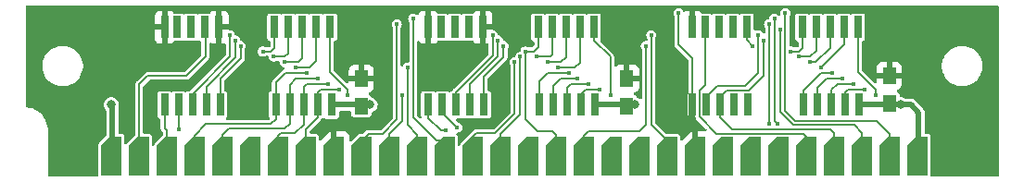
<source format=gbr>
%TF.GenerationSoftware,KiCad,Pcbnew,8.0.0*%
%TF.CreationDate,2024-11-03T15:19:12-05:00*%
%TF.ProjectId,macintosh-dram-1m-simm,6d616369-6e74-46f7-9368-2d6472616d2d,rev?*%
%TF.SameCoordinates,Original*%
%TF.FileFunction,Copper,L1,Top*%
%TF.FilePolarity,Positive*%
%FSLAX46Y46*%
G04 Gerber Fmt 4.6, Leading zero omitted, Abs format (unit mm)*
G04 Created by KiCad (PCBNEW 8.0.0) date 2024-11-03 15:19:12*
%MOMM*%
%LPD*%
G01*
G04 APERTURE LIST*
G04 Aperture macros list*
%AMOutline5P*
0 Free polygon, 5 corners , with rotation*
0 The origin of the aperture is its center*
0 number of corners: always 5*
0 $1 to $10 corner X, Y*
0 $11 Rotation angle, in degrees counterclockwise*
0 create outline with 5 corners*
4,1,5,$1,$2,$3,$4,$5,$6,$7,$8,$9,$10,$1,$2,$11*%
%AMOutline6P*
0 Free polygon, 6 corners , with rotation*
0 The origin of the aperture is its center*
0 number of corners: always 6*
0 $1 to $12 corner X, Y*
0 $13 Rotation angle, in degrees counterclockwise*
0 create outline with 6 corners*
4,1,6,$1,$2,$3,$4,$5,$6,$7,$8,$9,$10,$11,$12,$1,$2,$13*%
%AMOutline7P*
0 Free polygon, 7 corners , with rotation*
0 The origin of the aperture is its center*
0 number of corners: always 7*
0 $1 to $14 corner X, Y*
0 $15 Rotation angle, in degrees counterclockwise*
0 create outline with 7 corners*
4,1,7,$1,$2,$3,$4,$5,$6,$7,$8,$9,$10,$11,$12,$13,$14,$1,$2,$15*%
%AMOutline8P*
0 Free polygon, 8 corners , with rotation*
0 The origin of the aperture is its center*
0 number of corners: always 8*
0 $1 to $16 corner X, Y*
0 $17 Rotation angle, in degrees counterclockwise*
0 create outline with 8 corners*
4,1,8,$1,$2,$3,$4,$5,$6,$7,$8,$9,$10,$11,$12,$13,$14,$15,$16,$1,$2,$17*%
G04 Aperture macros list end*
%TA.AperFunction,ComponentPad*%
%ADD10Outline5P,-0.890000X1.038000X-0.178000X1.750000X0.890000X1.750000X0.890000X-1.750000X-0.890000X-1.750000X0.000000*%
%TD*%
%TA.AperFunction,SMDPad,CuDef*%
%ADD11R,0.800000X2.000000*%
%TD*%
%TA.AperFunction,SMDPad,CuDef*%
%ADD12R,1.250000X1.500000*%
%TD*%
%TA.AperFunction,ViaPad*%
%ADD13C,0.400000*%
%TD*%
%TA.AperFunction,ViaPad*%
%ADD14C,0.800000*%
%TD*%
%TA.AperFunction,Conductor*%
%ADD15C,0.200000*%
%TD*%
%TA.AperFunction,Conductor*%
%ADD16C,0.500000*%
%TD*%
G04 APERTURE END LIST*
D10*
%TO.P,B1,1,VCC*%
%TO.N,+5V*%
X122174000Y-125098000D03*
%TO.P,B1,2,/CAS*%
%TO.N,CAS*%
X124714000Y-125098000D03*
%TO.P,B1,3,DQ0*%
%TO.N,DQ0*%
X127254000Y-125098000D03*
%TO.P,B1,4,A0*%
%TO.N,A0*%
X129794000Y-125098000D03*
%TO.P,B1,5,A1*%
%TO.N,A1*%
X132334000Y-125098000D03*
%TO.P,B1,6,DQ1*%
%TO.N,DQ1*%
X134874000Y-125098000D03*
%TO.P,B1,7,A2*%
%TO.N,A2*%
X137414000Y-125098000D03*
%TO.P,B1,8,A3*%
%TO.N,A3*%
X139954000Y-125098000D03*
%TO.P,B1,9,GND*%
%TO.N,GND*%
X142494000Y-125098000D03*
%TO.P,B1,10,DQ2*%
%TO.N,DQ2*%
X145034000Y-125098000D03*
%TO.P,B1,11,A4*%
%TO.N,A4*%
X147574000Y-125098000D03*
%TO.P,B1,12,A5*%
%TO.N,A5*%
X150114000Y-125098000D03*
%TO.P,B1,13,DQ3*%
%TO.N,DQ3*%
X152654000Y-125098000D03*
%TO.P,B1,14,A6*%
%TO.N,A6*%
X155194000Y-125098000D03*
%TO.P,B1,15,A7*%
%TO.N,A7*%
X157734000Y-125098000D03*
%TO.P,B1,16,DQ4*%
%TO.N,DQ4*%
X160274000Y-125098000D03*
%TO.P,B1,17,A8*%
%TO.N,A8*%
X162814000Y-125098000D03*
%TO.P,B1,18,A9*%
%TO.N,A9*%
X165354000Y-125098000D03*
%TO.P,B1,19,A10*%
%TO.N,unconnected-(B1-A10-Pad19)*%
X167894000Y-125098000D03*
%TO.P,B1,20,DQ5*%
%TO.N,DQ5*%
X170434000Y-125098000D03*
%TO.P,B1,21,/WE*%
%TO.N,WE*%
X172974000Y-125098000D03*
%TO.P,B1,22,GND*%
%TO.N,GND*%
X175514000Y-125098000D03*
%TO.P,B1,23,DQ6*%
%TO.N,DQ6*%
X178054000Y-125098000D03*
%TO.P,B1,24,A11*%
%TO.N,unconnected-(B1-A11-Pad24)*%
X180594000Y-125098000D03*
%TO.P,B1,25,DQ7*%
%TO.N,DQ7*%
X183134000Y-125098000D03*
%TO.P,B1,26,QP*%
%TO.N,QP*%
X185674000Y-125098000D03*
%TO.P,B1,27,/RAS*%
%TO.N,RAS*%
X188214000Y-125098000D03*
%TO.P,B1,28,/CASP*%
%TO.N,CASP*%
X190754000Y-125098000D03*
%TO.P,B1,29,DP*%
%TO.N,DP*%
X193294000Y-125098000D03*
%TO.P,B1,30,VCC*%
%TO.N,+5V*%
X195834000Y-125098000D03*
%TD*%
D11*
%TO.P,U1,1,DQ1*%
%TO.N,DQ0*%
X127030000Y-120396000D03*
%TO.P,U1,2,DQ2*%
%TO.N,DQ1*%
X128300000Y-120396000D03*
%TO.P,U1,3,/WE*%
%TO.N,WE*%
X129570000Y-120396000D03*
%TO.P,U1,4,/RAS*%
%TO.N,RAS*%
X130840000Y-120396000D03*
%TO.P,U1,5,A9*%
%TO.N,A9*%
X132110000Y-120396000D03*
%TO.P,U1,9,A0*%
%TO.N,A0*%
X137190000Y-120396000D03*
%TO.P,U1,10,A1*%
%TO.N,A1*%
X138460000Y-120396000D03*
%TO.P,U1,11,A2*%
%TO.N,A2*%
X139730000Y-120396000D03*
%TO.P,U1,12,A3*%
%TO.N,A3*%
X141000000Y-120396000D03*
%TO.P,U1,13,VCC*%
%TO.N,+5V*%
X142270000Y-120396000D03*
%TO.P,U1,14,A4*%
%TO.N,A4*%
X142143000Y-113284000D03*
%TO.P,U1,15,A5*%
%TO.N,A5*%
X140873000Y-113284000D03*
%TO.P,U1,16,A6*%
%TO.N,A6*%
X139603000Y-113284000D03*
%TO.P,U1,17,A7*%
%TO.N,A7*%
X138333000Y-113284000D03*
%TO.P,U1,18,A8*%
%TO.N,A8*%
X137063000Y-113284000D03*
%TO.P,U1,22,/OE*%
%TO.N,GND*%
X131983000Y-113284000D03*
%TO.P,U1,23,/CAS*%
%TO.N,CAS*%
X130713000Y-113284000D03*
%TO.P,U1,24,DQ3*%
%TO.N,DQ2*%
X129443000Y-113284000D03*
%TO.P,U1,25,DQ4*%
%TO.N,DQ3*%
X128173000Y-113284000D03*
%TO.P,U1,26,VSS*%
%TO.N,GND*%
X127030000Y-113284000D03*
%TD*%
%TO.P,U2,1,DQ1*%
%TO.N,DQ4*%
X151130000Y-120396000D03*
%TO.P,U2,2,DQ2*%
%TO.N,DQ5*%
X152400000Y-120396000D03*
%TO.P,U2,3,/WE*%
%TO.N,WE*%
X153670000Y-120396000D03*
%TO.P,U2,4,/RAS*%
%TO.N,RAS*%
X154940000Y-120396000D03*
%TO.P,U2,5,A9*%
%TO.N,A9*%
X156210000Y-120396000D03*
%TO.P,U2,9,A0*%
%TO.N,A0*%
X161290000Y-120396000D03*
%TO.P,U2,10,A1*%
%TO.N,A1*%
X162560000Y-120396000D03*
%TO.P,U2,11,A2*%
%TO.N,A2*%
X163830000Y-120396000D03*
%TO.P,U2,12,A3*%
%TO.N,A3*%
X165100000Y-120396000D03*
%TO.P,U2,13,VCC*%
%TO.N,+5V*%
X166370000Y-120396000D03*
%TO.P,U2,14,A4*%
%TO.N,A4*%
X166243000Y-113284000D03*
%TO.P,U2,15,A5*%
%TO.N,A5*%
X164973000Y-113284000D03*
%TO.P,U2,16,A6*%
%TO.N,A6*%
X163703000Y-113284000D03*
%TO.P,U2,17,A7*%
%TO.N,A7*%
X162433000Y-113284000D03*
%TO.P,U2,18,A8*%
%TO.N,A8*%
X161163000Y-113284000D03*
%TO.P,U2,22,/OE*%
%TO.N,GND*%
X156083000Y-113284000D03*
%TO.P,U2,23,/CAS*%
%TO.N,CAS*%
X154813000Y-113284000D03*
%TO.P,U2,24,DQ3*%
%TO.N,DQ6*%
X153543000Y-113284000D03*
%TO.P,U2,25,DQ4*%
%TO.N,DQ7*%
X152273000Y-113284000D03*
%TO.P,U2,26,VSS*%
%TO.N,GND*%
X151130000Y-113284000D03*
%TD*%
D12*
%TO.P,C1,1*%
%TO.N,+5V*%
X145000000Y-120499999D03*
%TO.P,C1,2*%
%TO.N,GND*%
X145000000Y-118000001D03*
%TD*%
%TO.P,C2,1*%
%TO.N,+5V*%
X169250000Y-120499999D03*
%TO.P,C2,2*%
%TO.N,GND*%
X169250000Y-118000001D03*
%TD*%
%TO.P,C3,1*%
%TO.N,+5V*%
X193250000Y-120249999D03*
%TO.P,C3,2*%
%TO.N,GND*%
X193250000Y-117750001D03*
%TD*%
D11*
%TO.P,U3,1,D*%
%TO.N,DP*%
X175260000Y-120396000D03*
%TO.P,U3,2,/WE*%
%TO.N,WE*%
X176530000Y-120396000D03*
%TO.P,U3,3,/RAS*%
%TO.N,RAS*%
X177800000Y-120396000D03*
%TO.P,U3,4,TF*%
%TO.N,unconnected-(U3-TF-Pad4)*%
X179070000Y-120396000D03*
%TO.P,U3,5,NC*%
%TO.N,unconnected-(U3-NC-Pad5)*%
X180340000Y-120396000D03*
%TO.P,U3,9,A0*%
%TO.N,A0*%
X185420000Y-120396000D03*
%TO.P,U3,10,A1*%
%TO.N,A1*%
X186690000Y-120396000D03*
%TO.P,U3,11,A2*%
%TO.N,A2*%
X187960000Y-120396000D03*
%TO.P,U3,12,A3*%
%TO.N,A3*%
X189230000Y-120396000D03*
%TO.P,U3,13,VCC*%
%TO.N,+5V*%
X190500000Y-120396000D03*
%TO.P,U3,14,A4*%
%TO.N,A4*%
X190373000Y-113284000D03*
%TO.P,U3,15,A5*%
%TO.N,A5*%
X189103000Y-113284000D03*
%TO.P,U3,16,A6*%
%TO.N,A6*%
X187833000Y-113284000D03*
%TO.P,U3,17,A7*%
%TO.N,A7*%
X186563000Y-113284000D03*
%TO.P,U3,18,A8*%
%TO.N,A8*%
X185293000Y-113284000D03*
%TO.P,U3,22,A9*%
%TO.N,A9*%
X180213000Y-113284000D03*
%TO.P,U3,23,NC*%
%TO.N,unconnected-(U3-NC-Pad23)*%
X178943000Y-113284000D03*
%TO.P,U3,24,/CAS*%
%TO.N,CASP*%
X177673000Y-113284000D03*
%TO.P,U3,25,Q*%
%TO.N,QP*%
X176403000Y-113284000D03*
%TO.P,U3,26,VSS*%
%TO.N,GND*%
X175260000Y-113284000D03*
%TD*%
D13*
%TO.N,WE*%
X181250000Y-114000000D03*
X171500000Y-114000000D03*
X133000000Y-114000000D03*
X157000000Y-114000000D03*
%TO.N,DQ5*%
X153765000Y-122485000D03*
%TO.N,DP*%
X183750000Y-112000000D03*
X174000000Y-112000000D03*
%TO.N,CASP*%
X177750000Y-113500000D03*
X183250000Y-113500000D03*
%TO.N,RAS*%
X181750000Y-114500000D03*
X157500000Y-114500000D03*
X133500000Y-114500000D03*
D14*
%TO.N,+5V*%
X170000000Y-120400000D03*
X122170000Y-120400000D03*
X145800000Y-120400000D03*
X194300000Y-120396000D03*
D13*
%TO.N,A8*%
X160000000Y-115500000D03*
X136000000Y-115500000D03*
X184250000Y-115500000D03*
%TO.N,DQ7*%
X183000000Y-122148000D03*
X182750000Y-112500000D03*
X152250000Y-112500000D03*
%TO.N,GND*%
X135710000Y-119480000D03*
X118500000Y-125000000D03*
X116500000Y-112000000D03*
X170900000Y-111820000D03*
X147220000Y-121730000D03*
X191980000Y-112370000D03*
X173500000Y-122500000D03*
X119500000Y-125000000D03*
X145480000Y-111800000D03*
X143500000Y-122000000D03*
X135210000Y-121350000D03*
X175500000Y-122500000D03*
X144500000Y-122000000D03*
X117498696Y-124989681D03*
X131500000Y-115250000D03*
X202000000Y-112000000D03*
X119000000Y-126000000D03*
X134710000Y-119480000D03*
X135210000Y-119480000D03*
X191980000Y-112870000D03*
X157110000Y-121680000D03*
X201000000Y-125500000D03*
X201000000Y-125000000D03*
X199498696Y-125489681D03*
X142500000Y-122000000D03*
X170400000Y-111820000D03*
X191480000Y-112870000D03*
X126060000Y-122250000D03*
X125980000Y-119450000D03*
X131500000Y-115750000D03*
X145980000Y-111800000D03*
X119000000Y-125000000D03*
X125560000Y-122250000D03*
X133710000Y-121350000D03*
X199498696Y-124989681D03*
X115500000Y-112000000D03*
X134210000Y-121350000D03*
X126060000Y-121750000D03*
X202500000Y-112000000D03*
X124000000Y-122250000D03*
X119500000Y-126000000D03*
X134210000Y-119480000D03*
X201500000Y-112000000D03*
X150290000Y-121160000D03*
X171400000Y-111820000D03*
X118500000Y-126000000D03*
X119500000Y-125500000D03*
X123500000Y-122250000D03*
X125980000Y-118950000D03*
X144980000Y-111800000D03*
X117000000Y-112000000D03*
X201500000Y-124500000D03*
X174000000Y-122500000D03*
X146720000Y-121730000D03*
X201500000Y-125000000D03*
X134710000Y-121350000D03*
X191480000Y-112370000D03*
X115000000Y-112000000D03*
X133710000Y-119480000D03*
X146480000Y-111800000D03*
X117498696Y-125489681D03*
X146980000Y-111800000D03*
X200000000Y-125500000D03*
X125480000Y-119450000D03*
X125480000Y-118950000D03*
X144000000Y-122500000D03*
X200000000Y-125000000D03*
X147220000Y-121230000D03*
X125560000Y-121750000D03*
X173500000Y-122000000D03*
X135710000Y-121350000D03*
X123500000Y-121750000D03*
X200500000Y-112000000D03*
X144000000Y-122000000D03*
X199498696Y-124489681D03*
X200500000Y-125000000D03*
X200500000Y-124500000D03*
X169400000Y-111820000D03*
X119000000Y-125500000D03*
X157610000Y-121180000D03*
X118500000Y-125500000D03*
X157610000Y-121680000D03*
X116000000Y-112000000D03*
X174000000Y-122000000D03*
X143500000Y-122500000D03*
X173000000Y-122000000D03*
X172500000Y-122000000D03*
X142500000Y-122500000D03*
X118000000Y-125500000D03*
X118000000Y-126000000D03*
X174500000Y-122500000D03*
X174500000Y-122000000D03*
X146720000Y-121230000D03*
X117498696Y-125989681D03*
X175000000Y-122500000D03*
X142000000Y-122500000D03*
X169900000Y-111820000D03*
X132000000Y-115750000D03*
X200500000Y-125500000D03*
X143000000Y-122000000D03*
X200000000Y-124500000D03*
X201500000Y-125500000D03*
X201000000Y-112000000D03*
X132000000Y-115250000D03*
X124000000Y-121750000D03*
X157110000Y-121180000D03*
X143000000Y-122500000D03*
X201000000Y-124500000D03*
X118000000Y-125000000D03*
%TO.N,A9*%
X134000000Y-115000000D03*
X180750000Y-115000000D03*
X171000000Y-115000000D03*
X158000000Y-115000000D03*
%TO.N,DQ6*%
X182250000Y-122148000D03*
X182250000Y-113000000D03*
X153500000Y-113000000D03*
%TO.N,A5*%
X163000000Y-116995998D03*
X149250000Y-117000000D03*
X187000000Y-117000000D03*
X139000000Y-117000000D03*
%TO.N,A4*%
X148750000Y-119500000D03*
X167750000Y-119500000D03*
X192000000Y-119500000D03*
X143750000Y-119500000D03*
%TO.N,DQ2*%
X129500000Y-113000000D03*
X148250000Y-113000000D03*
%TO.N,DQ4*%
X152752000Y-122748000D03*
%TO.N,DQ3*%
X128250000Y-112500000D03*
X149750000Y-112500000D03*
%TO.N,A7*%
X185000000Y-116000000D03*
X159500000Y-116000000D03*
X161000000Y-116000000D03*
X137000000Y-116000000D03*
%TO.N,A6*%
X162000000Y-116500000D03*
X186000000Y-116500000D03*
X159000000Y-116500000D03*
X138000000Y-116500000D03*
%TO.N,A2*%
X142000000Y-118500000D03*
X190000000Y-118500000D03*
X165750000Y-118495998D03*
%TO.N,A3*%
X166750000Y-118995998D03*
X143000000Y-119000000D03*
X191000000Y-119000000D03*
%TO.N,DQ1*%
X128355000Y-122605000D03*
%TO.N,A1*%
X189000000Y-118000000D03*
X141000000Y-118000000D03*
X164750000Y-117995998D03*
%TO.N,A0*%
X140000000Y-117500000D03*
X164000000Y-117495998D03*
X188000000Y-117500000D03*
%TO.N,CAS*%
X154750000Y-113500000D03*
X130750000Y-113500000D03*
%TD*%
D15*
%TO.N,CAS*%
X124714000Y-123698000D02*
X124714000Y-118536000D01*
X129000000Y-117750000D02*
X130750000Y-116000000D01*
X124714000Y-118536000D02*
X125500000Y-117750000D01*
X125500000Y-117750000D02*
X129000000Y-117750000D01*
X130750000Y-116000000D02*
X130750000Y-113500000D01*
%TO.N,DQ4*%
X152752000Y-122748000D02*
X152268000Y-122748000D01*
X152268000Y-122748000D02*
X151130000Y-121610000D01*
X151130000Y-121610000D02*
X151130000Y-120396000D01*
%TO.N,DQ3*%
X149750000Y-112500000D02*
X149750000Y-121560000D01*
X151888000Y-123698000D02*
X152654000Y-123698000D01*
X149750000Y-121560000D02*
X151888000Y-123698000D01*
%TO.N,A8*%
X160000000Y-115500000D02*
X160000000Y-121720000D01*
X160000000Y-121720000D02*
X161080000Y-122800000D01*
X161080000Y-122800000D02*
X162450000Y-122800000D01*
X162450000Y-122800000D02*
X162814000Y-123164000D01*
X162814000Y-123164000D02*
X162814000Y-123698000D01*
%TO.N,DQ1*%
X128355000Y-122605000D02*
X128300000Y-122550000D01*
X128300000Y-122550000D02*
X128300000Y-120396000D01*
%TO.N,A1*%
X138460000Y-120396000D02*
X138460000Y-122100000D01*
X138460000Y-122100000D02*
X137960000Y-122600000D01*
X132334000Y-123186000D02*
X132334000Y-123698000D01*
X137960000Y-122600000D02*
X132920000Y-122600000D01*
X132920000Y-122600000D02*
X132334000Y-123186000D01*
%TO.N,WE*%
X153670000Y-119218628D02*
X153670000Y-120396000D01*
X157000000Y-115888628D02*
X153670000Y-119218628D01*
X176530000Y-119666000D02*
X176530000Y-120396000D01*
X171500000Y-122224000D02*
X172974000Y-123698000D01*
X133000000Y-116000000D02*
X129570000Y-119430000D01*
X181250000Y-117500000D02*
X180054000Y-118696000D01*
X180054000Y-118696000D02*
X177500000Y-118696000D01*
X133000000Y-114000000D02*
X133000000Y-116000000D01*
X181250000Y-114000000D02*
X181250000Y-117500000D01*
X157000000Y-114000000D02*
X157000000Y-115888628D01*
X177500000Y-118696000D02*
X176530000Y-119666000D01*
X129570000Y-119430000D02*
X129570000Y-120396000D01*
X171500000Y-114000000D02*
X171500000Y-122224000D01*
%TO.N,DQ5*%
X152400000Y-121120000D02*
X152400000Y-120396000D01*
X153765000Y-122485000D02*
X152400000Y-121120000D01*
%TO.N,DP*%
X174000000Y-114891422D02*
X175260000Y-116151422D01*
X193294000Y-123698000D02*
X193294000Y-123084000D01*
X183750000Y-120964314D02*
X183750000Y-112000000D01*
X174000000Y-112000000D02*
X174000000Y-114891422D01*
X175260000Y-116151422D02*
X175260000Y-120396000D01*
X184633686Y-121848000D02*
X183750000Y-120964314D01*
X193294000Y-123084000D02*
X192058000Y-121848000D01*
X192058000Y-121848000D02*
X184633686Y-121848000D01*
%TO.N,CASP*%
X183250000Y-113500000D02*
X183250000Y-121030000D01*
X190754000Y-122944000D02*
X190754000Y-123698000D01*
X183250000Y-121030000D02*
X184468000Y-122248000D01*
X184468000Y-122248000D02*
X190058000Y-122248000D01*
X190058000Y-122248000D02*
X190754000Y-122944000D01*
%TO.N,RAS*%
X188214000Y-122964000D02*
X187898000Y-122648000D01*
X187898000Y-122648000D02*
X178898000Y-122648000D01*
X180404000Y-119096000D02*
X178370000Y-119096000D01*
X154940000Y-118514314D02*
X154940000Y-120396000D01*
X177800000Y-119666000D02*
X177800000Y-120396000D01*
X130840000Y-118725686D02*
X130840000Y-120396000D01*
X178898000Y-122648000D02*
X177800000Y-121550000D01*
X188214000Y-123698000D02*
X188214000Y-122964000D01*
X181750000Y-117750000D02*
X180404000Y-119096000D01*
X178370000Y-119096000D02*
X177800000Y-119666000D01*
X181750000Y-114500000D02*
X181750000Y-117750000D01*
X157500000Y-115954314D02*
X154940000Y-118514314D01*
X133500000Y-116065686D02*
X130840000Y-118725686D01*
X157500000Y-114500000D02*
X157500000Y-115954314D01*
X133500000Y-114500000D02*
X133500000Y-116065686D01*
X177800000Y-121550000D02*
X177800000Y-120396000D01*
D16*
%TO.N,+5V*%
X170000000Y-120400000D02*
X169996000Y-120396000D01*
X194300000Y-120396000D02*
X190500000Y-120396000D01*
X145796000Y-120396000D02*
X142270000Y-120396000D01*
X145800000Y-120400000D02*
X144900001Y-120400000D01*
X122170000Y-120400000D02*
X122260000Y-120490000D01*
X145800000Y-120400000D02*
X145796000Y-120396000D01*
X195196000Y-120396000D02*
X195920000Y-121120000D01*
X144900001Y-120400000D02*
X144896001Y-120396000D01*
X195920000Y-123612000D02*
X195834000Y-123698000D01*
X169349999Y-120400000D02*
X169250000Y-120499999D01*
X122260000Y-120490000D02*
X122260000Y-123612000D01*
D15*
X144896001Y-120396000D02*
X145000000Y-120499999D01*
D16*
X170000000Y-120400000D02*
X169349999Y-120400000D01*
X122260000Y-123612000D02*
X122174000Y-123698000D01*
X195920000Y-121120000D02*
X195920000Y-123612000D01*
X169996000Y-120396000D02*
X166370000Y-120396000D01*
X194300000Y-120396000D02*
X195196000Y-120396000D01*
D15*
%TO.N,QP*%
X175900000Y-119122000D02*
X176403000Y-118619000D01*
X177448000Y-123048000D02*
X175900000Y-121500000D01*
X176403000Y-118619000D02*
X176403000Y-113284000D01*
X185674000Y-123698000D02*
X185674000Y-123304000D01*
X185674000Y-123698000D02*
X185488000Y-123512000D01*
X185674000Y-123304000D02*
X185418000Y-123048000D01*
X175900000Y-121500000D02*
X175900000Y-119122000D01*
X185418000Y-123048000D02*
X177448000Y-123048000D01*
%TO.N,A8*%
X185000000Y-115500000D02*
X185293000Y-115207000D01*
X161163000Y-115087000D02*
X161163000Y-113284000D01*
X136000000Y-115500000D02*
X136750000Y-115500000D01*
X137063000Y-115187000D02*
X137063000Y-113284000D01*
X160000000Y-115500000D02*
X160750000Y-115500000D01*
X185293000Y-115207000D02*
X185293000Y-113284000D01*
X160750000Y-115500000D02*
X161163000Y-115087000D01*
X136750000Y-115500000D02*
X137063000Y-115187000D01*
X184250000Y-115500000D02*
X185000000Y-115500000D01*
%TO.N,DQ7*%
X183000000Y-122148000D02*
X182750000Y-121898000D01*
X182750000Y-121898000D02*
X182750000Y-112500000D01*
%TO.N,A9*%
X165354000Y-123246000D02*
X165354000Y-123698000D01*
X180750000Y-115000000D02*
X180213000Y-114463000D01*
X180213000Y-114463000D02*
X180213000Y-113284000D01*
X171000000Y-122250000D02*
X170450000Y-122800000D01*
X158000000Y-116020000D02*
X156210000Y-117810000D01*
X132110000Y-118021372D02*
X132110000Y-120396000D01*
X165800000Y-122800000D02*
X165354000Y-123246000D01*
X170450000Y-122800000D02*
X165800000Y-122800000D01*
X171000000Y-115000000D02*
X171000000Y-122250000D01*
X134000000Y-116131372D02*
X132110000Y-118021372D01*
X134000000Y-115000000D02*
X134000000Y-116131372D01*
X156210000Y-117810000D02*
X156210000Y-120396000D01*
X158000000Y-115000000D02*
X158000000Y-116020000D01*
%TO.N,DQ6*%
X182250000Y-113000000D02*
X182250000Y-122148000D01*
%TO.N,A5*%
X164973000Y-116518996D02*
X164973000Y-113284000D01*
X163000000Y-116995998D02*
X164495998Y-116995998D01*
X140250000Y-117000000D02*
X140873000Y-116377000D01*
X149250000Y-122250000D02*
X150114000Y-123114000D01*
X187000000Y-117000000D02*
X189103000Y-114897000D01*
X150114000Y-123114000D02*
X150114000Y-123698000D01*
X149250000Y-117000000D02*
X149250000Y-122250000D01*
X139000000Y-117000000D02*
X140250000Y-117000000D01*
X164495998Y-116995998D02*
X164973000Y-116518996D01*
X140873000Y-116377000D02*
X140873000Y-113284000D01*
X189103000Y-114897000D02*
X189103000Y-113284000D01*
%TO.N,A4*%
X192000000Y-119500000D02*
X192000000Y-119000000D01*
X142143000Y-117393000D02*
X142143000Y-113284000D01*
X167750000Y-119500000D02*
X167750000Y-116000000D01*
X143750000Y-119000000D02*
X142143000Y-117393000D01*
X167750000Y-116000000D02*
X166243000Y-114493000D01*
X143750000Y-119500000D02*
X143750000Y-119000000D01*
X148750000Y-119500000D02*
X148750000Y-121875000D01*
X148750000Y-121875000D02*
X147574000Y-123051000D01*
X192000000Y-119000000D02*
X190373000Y-117373000D01*
X147574000Y-123051000D02*
X147574000Y-123698000D01*
X190373000Y-117373000D02*
X190373000Y-113284000D01*
X166243000Y-114493000D02*
X166243000Y-113284000D01*
%TO.N,DQ2*%
X148250000Y-113000000D02*
X148250000Y-121750000D01*
X146952000Y-123048000D02*
X145684000Y-123048000D01*
X148250000Y-121750000D02*
X146952000Y-123048000D01*
X145684000Y-123048000D02*
X145034000Y-123698000D01*
%TO.N,A7*%
X161000000Y-116000000D02*
X162250000Y-116000000D01*
X157734000Y-123698000D02*
X157734000Y-123086000D01*
X137000000Y-116000000D02*
X138000000Y-116000000D01*
X186563000Y-115437000D02*
X186563000Y-113284000D01*
X185000000Y-116000000D02*
X186000000Y-116000000D01*
X159500000Y-121320000D02*
X159500000Y-116000000D01*
X138333000Y-115667000D02*
X138333000Y-113284000D01*
X186000000Y-116000000D02*
X186563000Y-115437000D01*
X162250000Y-116000000D02*
X162433000Y-115817000D01*
X157734000Y-123086000D02*
X159500000Y-121320000D01*
X138000000Y-116000000D02*
X138333000Y-115667000D01*
X162433000Y-115817000D02*
X162433000Y-113284000D01*
%TO.N,A6*%
X186500000Y-116500000D02*
X187833000Y-115167000D01*
X187833000Y-115167000D02*
X187833000Y-113284000D01*
X163254002Y-116495998D02*
X163703000Y-116047000D01*
X162250000Y-116500000D02*
X162254002Y-116495998D01*
X159000000Y-116500000D02*
X159000000Y-121200000D01*
X162254002Y-116495998D02*
X163254002Y-116495998D01*
X155500000Y-123000000D02*
X155194000Y-123306000D01*
X155194000Y-123306000D02*
X155194000Y-123698000D01*
X186000000Y-116500000D02*
X186500000Y-116500000D01*
X157200000Y-123000000D02*
X155500000Y-123000000D01*
X139250000Y-116500000D02*
X139603000Y-116147000D01*
X163703000Y-116047000D02*
X163703000Y-113284000D01*
X138000000Y-116500000D02*
X139250000Y-116500000D01*
X159000000Y-121200000D02*
X157200000Y-123000000D01*
X162000000Y-116500000D02*
X162250000Y-116500000D01*
X139603000Y-116147000D02*
X139603000Y-113284000D01*
%TO.N,A2*%
X139730000Y-118770000D02*
X139730000Y-120396000D01*
X164250000Y-118500000D02*
X164160000Y-118500000D01*
X187960000Y-119040000D02*
X187960000Y-120396000D01*
X140000000Y-118500000D02*
X139730000Y-118770000D01*
X190000000Y-118500000D02*
X188500000Y-118500000D01*
X137660000Y-123000000D02*
X137414000Y-123246000D01*
X139730000Y-120396000D02*
X139730000Y-122210000D01*
X137414000Y-123246000D02*
X137414000Y-123698000D01*
X164160000Y-118500000D02*
X163830000Y-118830000D01*
X188500000Y-118500000D02*
X187960000Y-119040000D01*
X165750000Y-118495998D02*
X164254002Y-118495998D01*
X139730000Y-122210000D02*
X138940000Y-123000000D01*
X138940000Y-123000000D02*
X137660000Y-123000000D01*
X142000000Y-118500000D02*
X140000000Y-118500000D01*
X163830000Y-118830000D02*
X163830000Y-120396000D01*
X164254002Y-118495998D02*
X164250000Y-118500000D01*
%TO.N,A3*%
X165100000Y-119400000D02*
X165100000Y-120396000D01*
X189230000Y-119270000D02*
X189230000Y-120396000D01*
X189500000Y-119000000D02*
X189230000Y-119270000D01*
X139954000Y-122606000D02*
X139954000Y-123698000D01*
X166750000Y-118995998D02*
X165504002Y-118995998D01*
X165504002Y-118995998D02*
X165100000Y-119400000D01*
X141000000Y-120396000D02*
X141000000Y-121560000D01*
X191000000Y-119000000D02*
X189500000Y-119000000D01*
X141000000Y-121560000D02*
X139954000Y-122606000D01*
X143000000Y-119000000D02*
X141250000Y-119000000D01*
X141250000Y-119000000D02*
X141000000Y-119250000D01*
X141000000Y-119250000D02*
X141000000Y-120396000D01*
%TO.N,A1*%
X163254002Y-117995998D02*
X162560000Y-118690000D01*
X138460000Y-120396000D02*
X138460000Y-118575686D01*
X138460000Y-118575686D02*
X139035686Y-118000000D01*
X162560000Y-118690000D02*
X162560000Y-120396000D01*
X186690000Y-118810000D02*
X186690000Y-120396000D01*
X187500000Y-118000000D02*
X186690000Y-118810000D01*
X139035686Y-118000000D02*
X141000000Y-118000000D01*
X189000000Y-118000000D02*
X187500000Y-118000000D01*
X164750000Y-117995998D02*
X163254002Y-117995998D01*
%TO.N,A0*%
X136710000Y-122180000D02*
X130830000Y-122180000D01*
X185420000Y-119080000D02*
X185420000Y-120396000D01*
X129794000Y-123216000D02*
X129794000Y-123698000D01*
X137190000Y-120396000D02*
X137190000Y-121700000D01*
X138060000Y-117500000D02*
X137190000Y-118370000D01*
X130830000Y-122180000D02*
X129794000Y-123216000D01*
X187000000Y-117500000D02*
X185420000Y-119080000D01*
X137190000Y-121700000D02*
X136710000Y-122180000D01*
X137190000Y-118370000D02*
X137190000Y-120396000D01*
X140000000Y-117500000D02*
X138060000Y-117500000D01*
X188000000Y-117500000D02*
X187000000Y-117500000D01*
X161290000Y-118210000D02*
X161290000Y-120396000D01*
X164000000Y-117495998D02*
X162004002Y-117495998D01*
X162004002Y-117495998D02*
X161290000Y-118210000D01*
%TO.N,DQ0*%
X127254000Y-122754000D02*
X127030000Y-122530000D01*
X127030000Y-122530000D02*
X127030000Y-120396000D01*
X127254000Y-123698000D02*
X127254000Y-122754000D01*
%TO.N,CAS*%
X130750000Y-113500000D02*
X130713000Y-113463000D01*
X130713000Y-113463000D02*
X130713000Y-113284000D01*
%TD*%
%TA.AperFunction,Conductor*%
%TO.N,GND*%
G36*
X203167102Y-111295502D02*
G01*
X203213595Y-111349158D01*
X203224979Y-111401098D01*
X203269205Y-125331998D01*
X203274018Y-126848100D01*
X203254233Y-126916284D01*
X203200725Y-126962947D01*
X203148019Y-126974500D01*
X197150500Y-126974500D01*
X197082379Y-126954498D01*
X197035886Y-126900842D01*
X197024500Y-126848500D01*
X197024499Y-123303140D01*
X197024499Y-123303136D01*
X197021585Y-123278009D01*
X196987797Y-123201486D01*
X196976206Y-123175234D01*
X196896767Y-123095795D01*
X196896765Y-123095794D01*
X196793989Y-123050414D01*
X196793990Y-123050414D01*
X196768870Y-123047500D01*
X196768866Y-123047499D01*
X196596499Y-123047499D01*
X196528379Y-123027497D01*
X196481886Y-122973841D01*
X196470500Y-122921499D01*
X196470500Y-121047527D01*
X196470500Y-121047525D01*
X196432984Y-120907515D01*
X196428582Y-120899890D01*
X196389804Y-120832725D01*
X196360512Y-120781989D01*
X196360507Y-120781983D01*
X195534017Y-119955492D01*
X195534011Y-119955487D01*
X195408486Y-119883016D01*
X195342836Y-119865424D01*
X195342836Y-119865425D01*
X195318048Y-119858783D01*
X195268475Y-119845500D01*
X195268473Y-119845500D01*
X194782765Y-119845500D01*
X194714644Y-119825498D01*
X194704011Y-119817446D01*
X194700851Y-119815265D01*
X194550225Y-119736210D01*
X194550221Y-119736208D01*
X194385059Y-119695500D01*
X194385056Y-119695500D01*
X194301499Y-119695500D01*
X194233378Y-119675498D01*
X194186885Y-119621842D01*
X194175499Y-119569500D01*
X194175499Y-119455139D01*
X194175499Y-119455135D01*
X194172585Y-119430008D01*
X194146502Y-119370936D01*
X194127206Y-119327233D01*
X194047767Y-119247794D01*
X194047765Y-119247793D01*
X193999534Y-119226497D01*
X193945297Y-119180684D01*
X193924438Y-119112821D01*
X193943580Y-119044453D01*
X193996645Y-118997288D01*
X194006396Y-118993177D01*
X194120965Y-118950445D01*
X194237904Y-118862905D01*
X194325444Y-118745966D01*
X194325444Y-118745965D01*
X194376494Y-118609094D01*
X194382999Y-118548598D01*
X194383000Y-118548586D01*
X194383000Y-118004001D01*
X192117000Y-118004001D01*
X192117000Y-118311471D01*
X192096998Y-118379592D01*
X192043342Y-118426085D01*
X191973068Y-118436189D01*
X191908488Y-118406695D01*
X191901905Y-118400566D01*
X190997340Y-117496001D01*
X192117000Y-117496001D01*
X192996000Y-117496001D01*
X192996000Y-116492001D01*
X193504000Y-116492001D01*
X193504000Y-117496001D01*
X194383000Y-117496001D01*
X194383000Y-116961290D01*
X198047500Y-116961290D01*
X198079160Y-117201782D01*
X198141944Y-117436095D01*
X198141945Y-117436097D01*
X198141946Y-117436100D01*
X198234776Y-117660212D01*
X198234777Y-117660213D01*
X198234782Y-117660224D01*
X198356061Y-117870285D01*
X198356063Y-117870288D01*
X198356064Y-117870289D01*
X198503735Y-118062738D01*
X198503739Y-118062742D01*
X198503744Y-118062748D01*
X198675251Y-118234255D01*
X198675256Y-118234259D01*
X198675262Y-118234265D01*
X198867711Y-118381936D01*
X198867714Y-118381938D01*
X199077775Y-118503217D01*
X199077779Y-118503218D01*
X199077788Y-118503224D01*
X199301900Y-118596054D01*
X199536211Y-118658838D01*
X199536215Y-118658838D01*
X199536217Y-118658839D01*
X199597510Y-118666908D01*
X199776712Y-118690500D01*
X199776719Y-118690500D01*
X200019281Y-118690500D01*
X200019288Y-118690500D01*
X200242205Y-118661153D01*
X200259782Y-118658839D01*
X200259782Y-118658838D01*
X200259789Y-118658838D01*
X200494100Y-118596054D01*
X200718212Y-118503224D01*
X200928289Y-118381936D01*
X201120738Y-118234265D01*
X201292265Y-118062738D01*
X201439936Y-117870289D01*
X201561224Y-117660212D01*
X201654054Y-117436100D01*
X201716838Y-117201789D01*
X201748500Y-116961288D01*
X201748500Y-116718712D01*
X201719293Y-116496860D01*
X201716839Y-116478217D01*
X201716838Y-116478215D01*
X201716838Y-116478211D01*
X201654054Y-116243900D01*
X201561224Y-116019788D01*
X201561218Y-116019779D01*
X201561217Y-116019775D01*
X201439938Y-115809714D01*
X201439936Y-115809711D01*
X201292265Y-115617262D01*
X201292259Y-115617256D01*
X201292255Y-115617251D01*
X201120748Y-115445744D01*
X201120742Y-115445739D01*
X201120738Y-115445735D01*
X200928289Y-115298064D01*
X200928288Y-115298063D01*
X200928285Y-115298061D01*
X200718224Y-115176782D01*
X200718216Y-115176778D01*
X200718212Y-115176776D01*
X200494100Y-115083946D01*
X200494097Y-115083945D01*
X200494095Y-115083944D01*
X200259782Y-115021160D01*
X200019290Y-114989500D01*
X200019288Y-114989500D01*
X199776712Y-114989500D01*
X199776709Y-114989500D01*
X199536217Y-115021160D01*
X199301904Y-115083944D01*
X199301900Y-115083946D01*
X199117505Y-115160325D01*
X199077786Y-115176777D01*
X199077775Y-115176782D01*
X198867714Y-115298061D01*
X198675262Y-115445735D01*
X198675251Y-115445744D01*
X198503744Y-115617251D01*
X198503735Y-115617262D01*
X198356061Y-115809714D01*
X198234782Y-116019775D01*
X198234777Y-116019786D01*
X198234776Y-116019788D01*
X198162750Y-116193674D01*
X198141946Y-116243900D01*
X198141944Y-116243904D01*
X198079160Y-116478217D01*
X198047500Y-116718709D01*
X198047500Y-116961290D01*
X194383000Y-116961290D01*
X194383000Y-116951415D01*
X194382999Y-116951403D01*
X194376494Y-116890907D01*
X194325444Y-116754036D01*
X194325444Y-116754035D01*
X194237904Y-116637096D01*
X194120965Y-116549556D01*
X193984093Y-116498506D01*
X193923597Y-116492001D01*
X193504000Y-116492001D01*
X192996000Y-116492001D01*
X192576402Y-116492001D01*
X192515906Y-116498506D01*
X192379035Y-116549556D01*
X192379034Y-116549556D01*
X192262095Y-116637096D01*
X192174555Y-116754035D01*
X192174555Y-116754036D01*
X192123505Y-116890907D01*
X192117000Y-116951403D01*
X192117000Y-117496001D01*
X190997340Y-117496001D01*
X190764405Y-117263066D01*
X190730379Y-117200754D01*
X190727500Y-117173971D01*
X190727500Y-114655941D01*
X190747502Y-114587820D01*
X190801158Y-114541327D01*
X190828921Y-114532362D01*
X190872301Y-114523734D01*
X190956484Y-114467484D01*
X191012734Y-114383301D01*
X191027500Y-114309067D01*
X191027499Y-112258934D01*
X191027498Y-112258927D01*
X191027498Y-112258926D01*
X191012734Y-112184699D01*
X190956483Y-112100515D01*
X190872302Y-112044266D01*
X190798068Y-112029500D01*
X189947936Y-112029500D01*
X189947926Y-112029501D01*
X189873698Y-112044266D01*
X189808002Y-112088163D01*
X189740249Y-112109378D01*
X189671782Y-112090595D01*
X189667998Y-112088163D01*
X189602302Y-112044266D01*
X189528068Y-112029500D01*
X188677936Y-112029500D01*
X188677926Y-112029501D01*
X188603698Y-112044266D01*
X188538002Y-112088163D01*
X188470249Y-112109378D01*
X188401782Y-112090595D01*
X188397998Y-112088163D01*
X188332302Y-112044266D01*
X188258068Y-112029500D01*
X187407936Y-112029500D01*
X187407926Y-112029501D01*
X187333698Y-112044266D01*
X187268002Y-112088163D01*
X187200249Y-112109378D01*
X187131782Y-112090595D01*
X187127998Y-112088163D01*
X187062302Y-112044266D01*
X186988068Y-112029500D01*
X186137936Y-112029500D01*
X186137926Y-112029501D01*
X186063698Y-112044266D01*
X185998002Y-112088163D01*
X185930249Y-112109378D01*
X185861782Y-112090595D01*
X185857998Y-112088163D01*
X185792302Y-112044266D01*
X185718068Y-112029500D01*
X184867936Y-112029500D01*
X184867926Y-112029501D01*
X184793699Y-112044265D01*
X184709515Y-112100516D01*
X184653266Y-112184697D01*
X184638500Y-112258930D01*
X184638500Y-114309063D01*
X184638501Y-114309073D01*
X184653265Y-114383300D01*
X184709516Y-114467484D01*
X184793697Y-114523733D01*
X184793699Y-114523734D01*
X184837081Y-114532363D01*
X184899990Y-114565270D01*
X184935123Y-114626965D01*
X184938500Y-114655942D01*
X184938500Y-115007971D01*
X184918498Y-115076092D01*
X184901595Y-115097066D01*
X184890066Y-115108595D01*
X184827754Y-115142621D01*
X184800971Y-115145500D01*
X184576053Y-115145500D01*
X184507934Y-115125498D01*
X184443277Y-115083946D01*
X184440747Y-115082320D01*
X184315350Y-115045500D01*
X184315347Y-115045500D01*
X184230500Y-115045500D01*
X184162379Y-115025498D01*
X184115886Y-114971842D01*
X184104500Y-114919500D01*
X184104500Y-112331922D01*
X184124502Y-112263801D01*
X184135277Y-112249408D01*
X184135398Y-112249267D01*
X184136282Y-112248248D01*
X184190574Y-112129364D01*
X184194722Y-112100515D01*
X184209174Y-112000003D01*
X184209174Y-111999996D01*
X184190575Y-111870642D01*
X184190574Y-111870641D01*
X184190574Y-111870636D01*
X184136282Y-111751752D01*
X184136280Y-111751750D01*
X184136279Y-111751747D01*
X184050697Y-111652980D01*
X184050693Y-111652977D01*
X183940748Y-111582321D01*
X183940750Y-111582321D01*
X183815350Y-111545500D01*
X183815347Y-111545500D01*
X183684653Y-111545500D01*
X183684649Y-111545500D01*
X183559250Y-111582321D01*
X183449306Y-111652977D01*
X183449302Y-111652980D01*
X183363720Y-111751747D01*
X183309426Y-111870635D01*
X183309424Y-111870642D01*
X183290826Y-111999996D01*
X183290826Y-112000003D01*
X183303898Y-112090920D01*
X183293795Y-112161194D01*
X183247302Y-112214850D01*
X183179181Y-112234852D01*
X183111060Y-112214850D01*
X183083957Y-112191365D01*
X183050694Y-112152978D01*
X183050693Y-112152977D01*
X182940748Y-112082321D01*
X182940750Y-112082321D01*
X182815350Y-112045500D01*
X182815347Y-112045500D01*
X182684653Y-112045500D01*
X182684649Y-112045500D01*
X182559250Y-112082321D01*
X182449306Y-112152977D01*
X182449302Y-112152980D01*
X182363720Y-112251747D01*
X182309426Y-112370635D01*
X182309424Y-112370642D01*
X182299810Y-112437510D01*
X182270317Y-112502091D01*
X182210591Y-112540474D01*
X182193030Y-112544295D01*
X182184654Y-112545499D01*
X182059250Y-112582321D01*
X181949306Y-112652977D01*
X181949302Y-112652980D01*
X181863720Y-112751747D01*
X181809426Y-112870635D01*
X181809424Y-112870642D01*
X181790826Y-112999996D01*
X181790826Y-113000003D01*
X181809424Y-113129357D01*
X181809426Y-113129364D01*
X181863718Y-113248248D01*
X181863719Y-113248249D01*
X181864723Y-113249408D01*
X181865361Y-113250805D01*
X181868592Y-113255833D01*
X181867869Y-113256297D01*
X181894217Y-113313988D01*
X181895500Y-113331922D01*
X181895500Y-113740148D01*
X181875498Y-113808269D01*
X181821842Y-113854762D01*
X181751568Y-113864866D01*
X181686988Y-113835372D01*
X181654887Y-113792493D01*
X181636282Y-113751752D01*
X181636278Y-113751747D01*
X181636278Y-113751746D01*
X181550697Y-113652980D01*
X181550693Y-113652977D01*
X181440748Y-113582321D01*
X181440750Y-113582321D01*
X181315350Y-113545500D01*
X181315347Y-113545500D01*
X181184653Y-113545500D01*
X181184649Y-113545500D01*
X181059249Y-113582321D01*
X181051056Y-113586064D01*
X181050186Y-113584159D01*
X180993485Y-113600801D01*
X180925366Y-113580791D01*
X180878879Y-113527130D01*
X180867499Y-113474801D01*
X180867499Y-112258936D01*
X180867498Y-112258927D01*
X180852734Y-112184699D01*
X180796483Y-112100515D01*
X180712302Y-112044266D01*
X180638068Y-112029500D01*
X179787936Y-112029500D01*
X179787926Y-112029501D01*
X179713698Y-112044266D01*
X179648002Y-112088163D01*
X179580249Y-112109378D01*
X179511782Y-112090595D01*
X179507998Y-112088163D01*
X179442302Y-112044266D01*
X179368068Y-112029500D01*
X178517936Y-112029500D01*
X178517926Y-112029501D01*
X178443698Y-112044266D01*
X178378002Y-112088163D01*
X178310249Y-112109378D01*
X178241782Y-112090595D01*
X178237998Y-112088163D01*
X178172302Y-112044266D01*
X178098068Y-112029500D01*
X177247936Y-112029500D01*
X177247926Y-112029501D01*
X177173698Y-112044266D01*
X177108002Y-112088163D01*
X177040249Y-112109378D01*
X176971782Y-112090595D01*
X176967998Y-112088163D01*
X176902302Y-112044266D01*
X176828069Y-112029500D01*
X176167126Y-112029500D01*
X176099005Y-112009498D01*
X176066258Y-111979010D01*
X176022902Y-111921094D01*
X175905965Y-111833555D01*
X175769093Y-111782505D01*
X175708597Y-111776000D01*
X175514000Y-111776000D01*
X175514000Y-113412000D01*
X175493998Y-113480121D01*
X175440342Y-113526614D01*
X175388000Y-113538000D01*
X175132000Y-113538000D01*
X175063879Y-113517998D01*
X175017386Y-113464342D01*
X175006000Y-113412000D01*
X175006000Y-111776000D01*
X174811402Y-111776000D01*
X174750906Y-111782505D01*
X174614035Y-111833555D01*
X174614034Y-111833555D01*
X174597316Y-111846071D01*
X174530795Y-111870881D01*
X174461421Y-111855789D01*
X174411220Y-111805586D01*
X174407194Y-111797544D01*
X174400326Y-111782505D01*
X174386282Y-111751752D01*
X174386280Y-111751750D01*
X174386279Y-111751747D01*
X174300697Y-111652980D01*
X174300693Y-111652977D01*
X174190748Y-111582321D01*
X174190750Y-111582321D01*
X174065350Y-111545500D01*
X174065347Y-111545500D01*
X173934653Y-111545500D01*
X173934649Y-111545500D01*
X173809250Y-111582321D01*
X173699306Y-111652977D01*
X173699302Y-111652980D01*
X173613720Y-111751747D01*
X173559426Y-111870635D01*
X173559424Y-111870642D01*
X173540826Y-111999996D01*
X173540826Y-112000003D01*
X173559424Y-112129357D01*
X173559426Y-112129364D01*
X173613718Y-112248248D01*
X173613719Y-112248249D01*
X173614723Y-112249408D01*
X173615361Y-112250805D01*
X173618592Y-112255833D01*
X173617869Y-112256297D01*
X173644217Y-112313988D01*
X173645500Y-112331922D01*
X173645500Y-114938096D01*
X173669659Y-115028255D01*
X173716326Y-115109086D01*
X173716334Y-115109096D01*
X174868595Y-116261356D01*
X174902620Y-116323668D01*
X174905500Y-116350451D01*
X174905500Y-119296457D01*
X174885498Y-119364578D01*
X174865961Y-119384484D01*
X174867657Y-119386180D01*
X174858920Y-119394916D01*
X174858588Y-119395412D01*
X174858587Y-119395415D01*
X174858500Y-119395855D01*
X174858500Y-121396144D01*
X174858587Y-121396584D01*
X174858588Y-121396587D01*
X174858918Y-121397081D01*
X174859412Y-121397411D01*
X174859415Y-121397413D01*
X174859854Y-121397500D01*
X175419500Y-121397500D01*
X175487621Y-121417502D01*
X175534114Y-121471158D01*
X175545500Y-121523500D01*
X175545500Y-121546674D01*
X175569659Y-121636833D01*
X175616326Y-121717664D01*
X175616328Y-121717666D01*
X175616329Y-121717668D01*
X176523567Y-122624906D01*
X176557591Y-122687217D01*
X176552527Y-122758032D01*
X176509980Y-122814868D01*
X176443460Y-122839679D01*
X176434471Y-122840000D01*
X175768000Y-122840000D01*
X175768000Y-125226000D01*
X175747998Y-125294121D01*
X175694342Y-125340614D01*
X175642000Y-125352000D01*
X175386000Y-125352000D01*
X175317879Y-125331998D01*
X175271386Y-125278342D01*
X175260000Y-125226000D01*
X175260000Y-123727837D01*
X175364000Y-123727837D01*
X175386836Y-123782968D01*
X175429032Y-123825164D01*
X175484163Y-123848000D01*
X175543837Y-123848000D01*
X175598968Y-123825164D01*
X175641164Y-123782968D01*
X175664000Y-123727837D01*
X175664000Y-123668163D01*
X175641164Y-123613032D01*
X175598968Y-123570836D01*
X175543837Y-123548000D01*
X175484163Y-123548000D01*
X175429032Y-123570836D01*
X175386836Y-123613032D01*
X175364000Y-123668163D01*
X175364000Y-123727837D01*
X175260000Y-123727837D01*
X175260000Y-122844322D01*
X175209076Y-122850718D01*
X175074114Y-122906621D01*
X175074113Y-122906622D01*
X175006216Y-122959366D01*
X175006203Y-122959377D01*
X174333594Y-123631986D01*
X174271282Y-123666011D01*
X174200466Y-123660946D01*
X174143631Y-123618399D01*
X174118820Y-123551879D01*
X174118499Y-123542890D01*
X174118499Y-123322936D01*
X174118498Y-123322927D01*
X174103734Y-123248699D01*
X174096391Y-123237710D01*
X174047484Y-123164516D01*
X174047480Y-123164513D01*
X173963302Y-123108266D01*
X173889069Y-123093500D01*
X173889065Y-123093499D01*
X172923028Y-123093499D01*
X172854907Y-123073497D01*
X172833933Y-123056594D01*
X171891405Y-122114066D01*
X171857379Y-122051754D01*
X171854500Y-122024971D01*
X171854500Y-114331922D01*
X171874502Y-114263801D01*
X171885277Y-114249408D01*
X171885398Y-114249267D01*
X171886282Y-114248248D01*
X171940574Y-114129364D01*
X171952632Y-114045499D01*
X171959174Y-114000003D01*
X171959174Y-113999996D01*
X171940575Y-113870642D01*
X171940574Y-113870641D01*
X171940574Y-113870636D01*
X171886282Y-113751752D01*
X171886280Y-113751750D01*
X171886279Y-113751747D01*
X171800697Y-113652980D01*
X171800693Y-113652977D01*
X171690748Y-113582321D01*
X171690750Y-113582321D01*
X171565350Y-113545500D01*
X171565347Y-113545500D01*
X171434653Y-113545500D01*
X171434649Y-113545500D01*
X171309250Y-113582321D01*
X171199306Y-113652977D01*
X171199302Y-113652980D01*
X171113720Y-113751747D01*
X171059426Y-113870635D01*
X171059424Y-113870642D01*
X171040826Y-113999996D01*
X171040826Y-114000003D01*
X171059424Y-114129357D01*
X171059426Y-114129364D01*
X171113718Y-114248248D01*
X171113719Y-114248249D01*
X171114723Y-114249408D01*
X171115361Y-114250805D01*
X171118592Y-114255833D01*
X171117869Y-114256297D01*
X171144217Y-114313988D01*
X171145500Y-114331922D01*
X171145500Y-114419500D01*
X171125498Y-114487621D01*
X171071842Y-114534114D01*
X171019500Y-114545500D01*
X170934649Y-114545500D01*
X170809250Y-114582321D01*
X170699306Y-114652977D01*
X170699302Y-114652980D01*
X170613720Y-114751747D01*
X170559426Y-114870635D01*
X170559424Y-114870642D01*
X170540826Y-114999996D01*
X170540826Y-115000003D01*
X170559424Y-115129357D01*
X170559426Y-115129364D01*
X170613718Y-115248248D01*
X170614181Y-115248783D01*
X170614723Y-115249408D01*
X170615361Y-115250805D01*
X170618592Y-115255833D01*
X170617869Y-115256297D01*
X170644217Y-115313988D01*
X170645500Y-115331922D01*
X170645500Y-119756044D01*
X170625498Y-119824165D01*
X170571842Y-119870658D01*
X170501568Y-119880762D01*
X170436988Y-119851268D01*
X170435948Y-119850357D01*
X170400857Y-119819270D01*
X170400851Y-119819265D01*
X170250224Y-119740209D01*
X170243100Y-119737508D01*
X170243842Y-119735549D01*
X170191684Y-119705182D01*
X170167927Y-119669459D01*
X170127206Y-119577234D01*
X170127205Y-119577233D01*
X170127204Y-119577231D01*
X170047767Y-119497794D01*
X170047765Y-119497793D01*
X169999534Y-119476497D01*
X169945297Y-119430684D01*
X169924438Y-119362821D01*
X169943580Y-119294453D01*
X169996645Y-119247288D01*
X170006396Y-119243177D01*
X170120965Y-119200445D01*
X170237904Y-119112905D01*
X170325444Y-118995966D01*
X170325444Y-118995965D01*
X170376494Y-118859094D01*
X170382999Y-118798598D01*
X170383000Y-118798586D01*
X170383000Y-118254001D01*
X169122000Y-118254001D01*
X169053879Y-118233999D01*
X169007386Y-118180343D01*
X168996000Y-118128001D01*
X168996000Y-116742001D01*
X169504000Y-116742001D01*
X169504000Y-117746001D01*
X170383000Y-117746001D01*
X170383000Y-117201415D01*
X170382999Y-117201403D01*
X170376494Y-117140907D01*
X170325444Y-117004036D01*
X170325444Y-117004035D01*
X170237904Y-116887096D01*
X170120965Y-116799556D01*
X169984093Y-116748506D01*
X169923597Y-116742001D01*
X169504000Y-116742001D01*
X168996000Y-116742001D01*
X168576402Y-116742001D01*
X168515906Y-116748506D01*
X168379035Y-116799556D01*
X168379034Y-116799556D01*
X168306009Y-116854223D01*
X168239489Y-116879034D01*
X168170114Y-116863942D01*
X168119912Y-116813740D01*
X168104500Y-116753355D01*
X168104500Y-115953329D01*
X168104499Y-115953325D01*
X168087548Y-115890065D01*
X168080341Y-115863168D01*
X168049478Y-115809711D01*
X168033673Y-115782335D01*
X168033669Y-115782330D01*
X168003086Y-115751747D01*
X167967668Y-115716329D01*
X166856480Y-114605141D01*
X166822454Y-114542829D01*
X166827519Y-114472014D01*
X166840811Y-114446043D01*
X166876191Y-114393093D01*
X166882734Y-114383301D01*
X166897500Y-114309067D01*
X166897499Y-112258934D01*
X166897498Y-112258927D01*
X166897498Y-112258926D01*
X166882734Y-112184699D01*
X166826483Y-112100515D01*
X166742302Y-112044266D01*
X166668068Y-112029500D01*
X165817936Y-112029500D01*
X165817926Y-112029501D01*
X165743698Y-112044266D01*
X165678002Y-112088163D01*
X165610249Y-112109378D01*
X165541782Y-112090595D01*
X165537998Y-112088163D01*
X165472302Y-112044266D01*
X165398068Y-112029500D01*
X164547936Y-112029500D01*
X164547926Y-112029501D01*
X164473698Y-112044266D01*
X164408002Y-112088163D01*
X164340249Y-112109378D01*
X164271782Y-112090595D01*
X164267998Y-112088163D01*
X164202302Y-112044266D01*
X164128068Y-112029500D01*
X163277936Y-112029500D01*
X163277926Y-112029501D01*
X163203698Y-112044266D01*
X163138002Y-112088163D01*
X163070249Y-112109378D01*
X163001782Y-112090595D01*
X162997998Y-112088163D01*
X162932302Y-112044266D01*
X162858068Y-112029500D01*
X162007936Y-112029500D01*
X162007926Y-112029501D01*
X161933698Y-112044266D01*
X161868002Y-112088163D01*
X161800249Y-112109378D01*
X161731782Y-112090595D01*
X161727998Y-112088163D01*
X161662302Y-112044266D01*
X161588068Y-112029500D01*
X160737936Y-112029500D01*
X160737926Y-112029501D01*
X160663699Y-112044265D01*
X160579515Y-112100516D01*
X160523266Y-112184697D01*
X160508500Y-112258930D01*
X160508500Y-114309063D01*
X160508501Y-114309073D01*
X160523265Y-114383300D01*
X160579516Y-114467484D01*
X160663697Y-114523733D01*
X160663699Y-114523734D01*
X160707081Y-114532363D01*
X160769990Y-114565270D01*
X160805123Y-114626965D01*
X160808500Y-114655942D01*
X160808500Y-114887971D01*
X160788498Y-114956092D01*
X160771595Y-114977066D01*
X160640066Y-115108595D01*
X160577754Y-115142621D01*
X160550971Y-115145500D01*
X160326053Y-115145500D01*
X160257934Y-115125498D01*
X160193277Y-115083946D01*
X160190747Y-115082320D01*
X160065350Y-115045500D01*
X160065347Y-115045500D01*
X159934653Y-115045500D01*
X159934649Y-115045500D01*
X159809250Y-115082321D01*
X159699306Y-115152977D01*
X159699302Y-115152980D01*
X159613720Y-115251747D01*
X159559426Y-115370635D01*
X159559424Y-115370642D01*
X159549810Y-115437510D01*
X159520317Y-115502091D01*
X159460591Y-115540474D01*
X159443030Y-115544295D01*
X159434654Y-115545499D01*
X159309250Y-115582321D01*
X159199306Y-115652977D01*
X159199302Y-115652980D01*
X159113720Y-115751747D01*
X159059426Y-115870635D01*
X159059424Y-115870642D01*
X159049810Y-115937510D01*
X159020317Y-116002091D01*
X158960591Y-116040474D01*
X158943030Y-116044295D01*
X158934654Y-116045499D01*
X158809250Y-116082321D01*
X158699306Y-116152977D01*
X158699302Y-116152980D01*
X158613720Y-116251747D01*
X158559426Y-116370635D01*
X158559424Y-116370642D01*
X158540826Y-116499996D01*
X158540826Y-116500003D01*
X158559424Y-116629357D01*
X158559426Y-116629364D01*
X158613718Y-116748248D01*
X158613942Y-116748506D01*
X158614723Y-116749408D01*
X158615361Y-116750805D01*
X158618592Y-116755833D01*
X158617869Y-116756297D01*
X158644217Y-116813988D01*
X158645500Y-116831922D01*
X158645500Y-121000971D01*
X158625498Y-121069092D01*
X158608595Y-121090066D01*
X157090066Y-122608595D01*
X157027754Y-122642621D01*
X157000971Y-122645500D01*
X155453325Y-122645500D01*
X155363166Y-122669659D01*
X155282335Y-122716326D01*
X155282325Y-122716334D01*
X155223515Y-122775145D01*
X155223503Y-122775155D01*
X154958607Y-123040051D01*
X154958608Y-123040052D01*
X154910327Y-123088333D01*
X154902279Y-123102273D01*
X154863168Y-123144033D01*
X154853767Y-123150314D01*
X154853765Y-123150316D01*
X154106315Y-123897768D01*
X154064266Y-123960699D01*
X154048292Y-124041005D01*
X154046014Y-124040551D01*
X154023303Y-124096784D01*
X153965346Y-124137789D01*
X153894419Y-124140951D01*
X153833043Y-124105265D01*
X153800704Y-124042062D01*
X153798499Y-124018594D01*
X153798499Y-123322936D01*
X153798498Y-123322927D01*
X153783734Y-123248699D01*
X153727482Y-123164513D01*
X153718710Y-123155741D01*
X153721564Y-123152886D01*
X153690559Y-123115785D01*
X153681713Y-123045341D01*
X153712356Y-122981298D01*
X153772759Y-122943989D01*
X153806090Y-122939500D01*
X153830344Y-122939500D01*
X153830347Y-122939500D01*
X153955748Y-122902679D01*
X154065695Y-122832021D01*
X154069904Y-122827164D01*
X154151279Y-122733252D01*
X154151279Y-122733250D01*
X154151282Y-122733248D01*
X154205574Y-122614364D01*
X154215239Y-122547144D01*
X154224174Y-122485003D01*
X154224174Y-122484996D01*
X154205575Y-122355642D01*
X154205574Y-122355641D01*
X154205574Y-122355636D01*
X154151282Y-122236752D01*
X154151280Y-122236750D01*
X154151279Y-122236747D01*
X154065697Y-122137980D01*
X154065693Y-122137977D01*
X153955748Y-122067321D01*
X153955749Y-122067321D01*
X153835000Y-122031866D01*
X153781404Y-122000065D01*
X153646933Y-121865594D01*
X153612907Y-121803282D01*
X153617972Y-121732467D01*
X153660519Y-121675631D01*
X153727039Y-121650820D01*
X153736028Y-121650499D01*
X154095064Y-121650499D01*
X154095066Y-121650499D01*
X154095069Y-121650498D01*
X154095072Y-121650498D01*
X154108450Y-121647837D01*
X154169301Y-121635734D01*
X154234997Y-121591836D01*
X154302748Y-121570621D01*
X154371216Y-121589403D01*
X154374997Y-121591833D01*
X154440699Y-121635734D01*
X154514933Y-121650500D01*
X155365066Y-121650499D01*
X155365069Y-121650498D01*
X155365073Y-121650498D01*
X155387394Y-121646058D01*
X155439301Y-121635734D01*
X155504997Y-121591836D01*
X155572748Y-121570621D01*
X155641216Y-121589403D01*
X155644997Y-121591833D01*
X155710699Y-121635734D01*
X155784933Y-121650500D01*
X156635066Y-121650499D01*
X156635069Y-121650498D01*
X156635073Y-121650498D01*
X156703775Y-121636833D01*
X156709301Y-121635734D01*
X156793484Y-121579484D01*
X156849734Y-121495301D01*
X156864500Y-121421067D01*
X156864499Y-119370934D01*
X156864498Y-119370930D01*
X156864498Y-119370926D01*
X156849734Y-119296699D01*
X156819701Y-119251752D01*
X156793484Y-119212516D01*
X156793483Y-119212515D01*
X156709303Y-119156266D01*
X156665917Y-119147636D01*
X156603008Y-119114728D01*
X156567877Y-119053032D01*
X156564500Y-119024057D01*
X156564500Y-118009029D01*
X156584502Y-117940908D01*
X156601405Y-117919934D01*
X158283665Y-116237674D01*
X158283671Y-116237668D01*
X158330341Y-116156832D01*
X158354500Y-116066671D01*
X158354500Y-115973329D01*
X158354500Y-115331922D01*
X158374502Y-115263801D01*
X158385277Y-115249408D01*
X158385398Y-115249267D01*
X158386282Y-115248248D01*
X158440574Y-115129364D01*
X158447398Y-115081903D01*
X158459174Y-115000003D01*
X158459174Y-114999996D01*
X158440575Y-114870642D01*
X158440574Y-114870641D01*
X158440574Y-114870636D01*
X158386282Y-114751752D01*
X158386280Y-114751750D01*
X158386279Y-114751747D01*
X158300697Y-114652980D01*
X158300693Y-114652977D01*
X158190748Y-114582321D01*
X158190750Y-114582321D01*
X158065345Y-114545499D01*
X158056970Y-114544295D01*
X157992390Y-114514799D01*
X157954009Y-114455072D01*
X157950191Y-114437522D01*
X157940574Y-114370636D01*
X157886282Y-114251752D01*
X157886280Y-114251750D01*
X157886279Y-114251747D01*
X157800697Y-114152980D01*
X157800693Y-114152977D01*
X157690748Y-114082321D01*
X157690750Y-114082321D01*
X157565345Y-114045499D01*
X157556970Y-114044295D01*
X157492390Y-114014799D01*
X157454009Y-113955072D01*
X157450191Y-113937522D01*
X157440574Y-113870636D01*
X157386282Y-113751752D01*
X157386280Y-113751750D01*
X157386279Y-113751747D01*
X157300697Y-113652980D01*
X157300693Y-113652977D01*
X157190748Y-113582321D01*
X157190750Y-113582321D01*
X157065350Y-113545500D01*
X157065347Y-113545500D01*
X157050691Y-113545500D01*
X157025148Y-113538000D01*
X156337000Y-113538000D01*
X156337000Y-114792000D01*
X156519500Y-114792000D01*
X156587621Y-114812002D01*
X156634114Y-114865658D01*
X156645500Y-114918000D01*
X156645500Y-115689599D01*
X156625498Y-115757720D01*
X156608595Y-115778694D01*
X153452332Y-118934957D01*
X153433960Y-118953329D01*
X153386330Y-119000958D01*
X153386326Y-119000963D01*
X153341181Y-119079158D01*
X153289798Y-119128151D01*
X153250876Y-119139646D01*
X153251005Y-119140293D01*
X153170698Y-119156266D01*
X153105002Y-119200163D01*
X153037249Y-119221378D01*
X152968782Y-119202595D01*
X152964998Y-119200163D01*
X152899302Y-119156266D01*
X152825068Y-119141500D01*
X151974936Y-119141500D01*
X151974926Y-119141501D01*
X151900698Y-119156266D01*
X151835002Y-119200163D01*
X151767249Y-119221378D01*
X151698782Y-119202595D01*
X151694998Y-119200163D01*
X151629302Y-119156266D01*
X151555068Y-119141500D01*
X150704936Y-119141500D01*
X150704926Y-119141501D01*
X150630699Y-119156265D01*
X150546515Y-119212516D01*
X150490266Y-119296697D01*
X150475500Y-119370930D01*
X150475500Y-121421063D01*
X150475501Y-121421073D01*
X150484624Y-121466936D01*
X150478295Y-121537650D01*
X150434740Y-121593717D01*
X150367787Y-121617335D01*
X150298694Y-121601007D01*
X150271950Y-121580611D01*
X150141405Y-121450066D01*
X150107379Y-121387754D01*
X150104500Y-121360971D01*
X150104500Y-114674686D01*
X150124502Y-114606565D01*
X150178158Y-114560072D01*
X150248432Y-114549968D01*
X150313012Y-114579462D01*
X150331368Y-114599177D01*
X150367095Y-114646904D01*
X150484034Y-114734444D01*
X150620906Y-114785494D01*
X150681402Y-114791999D01*
X150681415Y-114792000D01*
X150876000Y-114792000D01*
X150876000Y-111776000D01*
X151384000Y-111776000D01*
X151384000Y-114792000D01*
X151578585Y-114792000D01*
X151578597Y-114791999D01*
X151639093Y-114785494D01*
X151775963Y-114734445D01*
X151892906Y-114646900D01*
X151936258Y-114588990D01*
X151993093Y-114546443D01*
X152037121Y-114538499D01*
X152698066Y-114538499D01*
X152698069Y-114538498D01*
X152698072Y-114538498D01*
X152710099Y-114536105D01*
X152772301Y-114523734D01*
X152837997Y-114479836D01*
X152905748Y-114458621D01*
X152974216Y-114477403D01*
X152977997Y-114479833D01*
X153043699Y-114523734D01*
X153117933Y-114538500D01*
X153968066Y-114538499D01*
X153968069Y-114538498D01*
X153968073Y-114538498D01*
X153990113Y-114534114D01*
X154042301Y-114523734D01*
X154107997Y-114479836D01*
X154175748Y-114458621D01*
X154244216Y-114477403D01*
X154247997Y-114479833D01*
X154313699Y-114523734D01*
X154387933Y-114538500D01*
X155175873Y-114538499D01*
X155243994Y-114558501D01*
X155276741Y-114588989D01*
X155320097Y-114646905D01*
X155437034Y-114734444D01*
X155573906Y-114785494D01*
X155634402Y-114791999D01*
X155634415Y-114792000D01*
X155829000Y-114792000D01*
X155829000Y-111776000D01*
X156337000Y-111776000D01*
X156337000Y-113030000D01*
X156991000Y-113030000D01*
X156991000Y-112235414D01*
X156990999Y-112235402D01*
X156984494Y-112174906D01*
X156933444Y-112038035D01*
X156933444Y-112038034D01*
X156845904Y-111921095D01*
X156728965Y-111833555D01*
X156592093Y-111782505D01*
X156531597Y-111776000D01*
X156337000Y-111776000D01*
X155829000Y-111776000D01*
X155634402Y-111776000D01*
X155573906Y-111782505D01*
X155437035Y-111833555D01*
X155437034Y-111833555D01*
X155320097Y-111921094D01*
X155276740Y-111979011D01*
X155219903Y-112021556D01*
X155175873Y-112029500D01*
X154387936Y-112029500D01*
X154387926Y-112029501D01*
X154313698Y-112044266D01*
X154248002Y-112088163D01*
X154180249Y-112109378D01*
X154111782Y-112090595D01*
X154107998Y-112088163D01*
X154042302Y-112044266D01*
X153968068Y-112029500D01*
X153117936Y-112029500D01*
X153117926Y-112029501D01*
X153043698Y-112044266D01*
X152978002Y-112088163D01*
X152910249Y-112109378D01*
X152841782Y-112090595D01*
X152837998Y-112088163D01*
X152772302Y-112044266D01*
X152698069Y-112029500D01*
X152037126Y-112029500D01*
X151969005Y-112009498D01*
X151936258Y-111979010D01*
X151892902Y-111921094D01*
X151775965Y-111833555D01*
X151639093Y-111782505D01*
X151578597Y-111776000D01*
X151384000Y-111776000D01*
X150876000Y-111776000D01*
X150681402Y-111776000D01*
X150620906Y-111782505D01*
X150484035Y-111833555D01*
X150484034Y-111833555D01*
X150367095Y-111921095D01*
X150279556Y-112038033D01*
X150254675Y-112104743D01*
X150212128Y-112161578D01*
X150145607Y-112186389D01*
X150076233Y-112171297D01*
X150054109Y-112155936D01*
X150050697Y-112152979D01*
X149940748Y-112082321D01*
X149940750Y-112082321D01*
X149815350Y-112045500D01*
X149815347Y-112045500D01*
X149684653Y-112045500D01*
X149684649Y-112045500D01*
X149559250Y-112082321D01*
X149449306Y-112152977D01*
X149449302Y-112152980D01*
X149363720Y-112251747D01*
X149309426Y-112370635D01*
X149309424Y-112370642D01*
X149290826Y-112499996D01*
X149290826Y-112500003D01*
X149309424Y-112629357D01*
X149309426Y-112629364D01*
X149363718Y-112748248D01*
X149363719Y-112748249D01*
X149364723Y-112749408D01*
X149365361Y-112750805D01*
X149368592Y-112755833D01*
X149367869Y-112756297D01*
X149394217Y-112813988D01*
X149395500Y-112831922D01*
X149395500Y-116419500D01*
X149375498Y-116487621D01*
X149321842Y-116534114D01*
X149269500Y-116545500D01*
X149184649Y-116545500D01*
X149059250Y-116582321D01*
X148949306Y-116652977D01*
X148949302Y-116652980D01*
X148863721Y-116751746D01*
X148863718Y-116751751D01*
X148863718Y-116751752D01*
X148845112Y-116792492D01*
X148798621Y-116846146D01*
X148730500Y-116866148D01*
X148662379Y-116846146D01*
X148615886Y-116792490D01*
X148604500Y-116740148D01*
X148604500Y-113331922D01*
X148624502Y-113263801D01*
X148635277Y-113249408D01*
X148635398Y-113249267D01*
X148636282Y-113248248D01*
X148690574Y-113129364D01*
X148709174Y-113000000D01*
X148709174Y-112999996D01*
X148690575Y-112870642D01*
X148690574Y-112870641D01*
X148690574Y-112870636D01*
X148636282Y-112751752D01*
X148636280Y-112751750D01*
X148636279Y-112751747D01*
X148550697Y-112652980D01*
X148550693Y-112652977D01*
X148440748Y-112582321D01*
X148440750Y-112582321D01*
X148315350Y-112545500D01*
X148315347Y-112545500D01*
X148184653Y-112545500D01*
X148184649Y-112545500D01*
X148059250Y-112582321D01*
X147949306Y-112652977D01*
X147949302Y-112652980D01*
X147863720Y-112751747D01*
X147809426Y-112870635D01*
X147809424Y-112870642D01*
X147790826Y-112999996D01*
X147790826Y-113000003D01*
X147809424Y-113129357D01*
X147809426Y-113129364D01*
X147863718Y-113248248D01*
X147863719Y-113248249D01*
X147864723Y-113249408D01*
X147865361Y-113250805D01*
X147868592Y-113255833D01*
X147867869Y-113256297D01*
X147894217Y-113313988D01*
X147895500Y-113331922D01*
X147895500Y-121550971D01*
X147875498Y-121619092D01*
X147858595Y-121640066D01*
X146842066Y-122656595D01*
X146779754Y-122690621D01*
X146752971Y-122693500D01*
X145637325Y-122693500D01*
X145547169Y-122717658D01*
X145547168Y-122717658D01*
X145495190Y-122747668D01*
X145495189Y-122747667D01*
X145466335Y-122764326D01*
X145466329Y-122764331D01*
X145174065Y-123056595D01*
X145111753Y-123090620D01*
X145084970Y-123093499D01*
X144830930Y-123093499D01*
X144756699Y-123108264D01*
X144693765Y-123150316D01*
X144107096Y-123736987D01*
X144044783Y-123771012D01*
X143973968Y-123765948D01*
X143917132Y-123723401D01*
X143892321Y-123656881D01*
X143892000Y-123647892D01*
X143892000Y-123299414D01*
X143891999Y-123299402D01*
X143885494Y-123238906D01*
X143834444Y-123102035D01*
X143834444Y-123102034D01*
X143746904Y-122985095D01*
X143629965Y-122897555D01*
X143493093Y-122846505D01*
X143432597Y-122840000D01*
X142748000Y-122840000D01*
X142748000Y-125226000D01*
X142727998Y-125294121D01*
X142674342Y-125340614D01*
X142622000Y-125352000D01*
X142366000Y-125352000D01*
X142297879Y-125331998D01*
X142251386Y-125278342D01*
X142240000Y-125226000D01*
X142240000Y-123727837D01*
X142344000Y-123727837D01*
X142366836Y-123782968D01*
X142409032Y-123825164D01*
X142464163Y-123848000D01*
X142523837Y-123848000D01*
X142578968Y-123825164D01*
X142621164Y-123782968D01*
X142644000Y-123727837D01*
X142644000Y-123668163D01*
X142621164Y-123613032D01*
X142578968Y-123570836D01*
X142523837Y-123548000D01*
X142464163Y-123548000D01*
X142409032Y-123570836D01*
X142366836Y-123613032D01*
X142344000Y-123668163D01*
X142344000Y-123727837D01*
X142240000Y-123727837D01*
X142240000Y-122844322D01*
X142189076Y-122850718D01*
X142054114Y-122906621D01*
X142054113Y-122906622D01*
X141986216Y-122959366D01*
X141986203Y-122959377D01*
X141313594Y-123631986D01*
X141251282Y-123666011D01*
X141180466Y-123660946D01*
X141123631Y-123618399D01*
X141098820Y-123551879D01*
X141098499Y-123542890D01*
X141098499Y-123322936D01*
X141098498Y-123322927D01*
X141083734Y-123248699D01*
X141076391Y-123237710D01*
X141027484Y-123164516D01*
X141027480Y-123164513D01*
X140943302Y-123108266D01*
X140869069Y-123093500D01*
X140869065Y-123093499D01*
X140434500Y-123093499D01*
X140366379Y-123073497D01*
X140319886Y-123019841D01*
X140308500Y-122967499D01*
X140308500Y-122805028D01*
X140328502Y-122736907D01*
X140345400Y-122715937D01*
X141207292Y-121854044D01*
X141207302Y-121854037D01*
X141283665Y-121777674D01*
X141283671Y-121777668D01*
X141301567Y-121746671D01*
X141320719Y-121713499D01*
X141372101Y-121664506D01*
X141419105Y-121653102D01*
X141418909Y-121651105D01*
X141425062Y-121650499D01*
X141425066Y-121650499D01*
X141425070Y-121650498D01*
X141425072Y-121650498D01*
X141455921Y-121644362D01*
X141499301Y-121635734D01*
X141524498Y-121618897D01*
X141592249Y-121597682D01*
X141660716Y-121616464D01*
X141683595Y-121634567D01*
X141697232Y-121648204D01*
X141697234Y-121648205D01*
X141697235Y-121648206D01*
X141800009Y-121693585D01*
X141825135Y-121696500D01*
X142714864Y-121696499D01*
X142739991Y-121693585D01*
X142842765Y-121648206D01*
X142922206Y-121568765D01*
X142967585Y-121465991D01*
X142970500Y-121440865D01*
X142970500Y-121072500D01*
X142990502Y-121004379D01*
X143044158Y-120957886D01*
X143096500Y-120946500D01*
X143948501Y-120946500D01*
X144016622Y-120966502D01*
X144063115Y-121020158D01*
X144074501Y-121072500D01*
X144074501Y-121294865D01*
X144077414Y-121319989D01*
X144077416Y-121319993D01*
X144122793Y-121422764D01*
X144202232Y-121502203D01*
X144202234Y-121502204D01*
X144202235Y-121502205D01*
X144305009Y-121547584D01*
X144330135Y-121550499D01*
X145669864Y-121550498D01*
X145694991Y-121547584D01*
X145797765Y-121502205D01*
X145877206Y-121422764D01*
X145922585Y-121319990D01*
X145925500Y-121294864D01*
X145925499Y-121189245D01*
X145945500Y-121121126D01*
X145999156Y-121074633D01*
X146021345Y-121066907D01*
X146050225Y-121059790D01*
X146200852Y-120980734D01*
X146328183Y-120867929D01*
X146424818Y-120727930D01*
X146485140Y-120568872D01*
X146505645Y-120400000D01*
X146485140Y-120231128D01*
X146424818Y-120072070D01*
X146328183Y-119932071D01*
X146328181Y-119932069D01*
X146200857Y-119819270D01*
X146200851Y-119819265D01*
X146050225Y-119740210D01*
X146050222Y-119740209D01*
X145996931Y-119727074D01*
X145935576Y-119691350D01*
X145911821Y-119655629D01*
X145877206Y-119577233D01*
X145797767Y-119497794D01*
X145797765Y-119497793D01*
X145749534Y-119476497D01*
X145695297Y-119430684D01*
X145674438Y-119362821D01*
X145693580Y-119294453D01*
X145746645Y-119247288D01*
X145756396Y-119243177D01*
X145870965Y-119200445D01*
X145987904Y-119112905D01*
X146075444Y-118995966D01*
X146075444Y-118995965D01*
X146126494Y-118859094D01*
X146132999Y-118798598D01*
X146133000Y-118798586D01*
X146133000Y-118254001D01*
X143867000Y-118254001D01*
X143867000Y-118311471D01*
X143846998Y-118379592D01*
X143793342Y-118426085D01*
X143723068Y-118436189D01*
X143658488Y-118406695D01*
X143651905Y-118400566D01*
X142997340Y-117746001D01*
X143867000Y-117746001D01*
X144746000Y-117746001D01*
X144746000Y-116742001D01*
X145254000Y-116742001D01*
X145254000Y-117746001D01*
X146133000Y-117746001D01*
X146133000Y-117201415D01*
X146132999Y-117201403D01*
X146126494Y-117140907D01*
X146075444Y-117004036D01*
X146075444Y-117004035D01*
X145987904Y-116887096D01*
X145870965Y-116799556D01*
X145734093Y-116748506D01*
X145673597Y-116742001D01*
X145254000Y-116742001D01*
X144746000Y-116742001D01*
X144326402Y-116742001D01*
X144265906Y-116748506D01*
X144129035Y-116799556D01*
X144129034Y-116799556D01*
X144012095Y-116887096D01*
X143924555Y-117004035D01*
X143924555Y-117004036D01*
X143873505Y-117140907D01*
X143867000Y-117201403D01*
X143867000Y-117746001D01*
X142997340Y-117746001D01*
X142534405Y-117283066D01*
X142500379Y-117220754D01*
X142497500Y-117193971D01*
X142497500Y-114655941D01*
X142517502Y-114587820D01*
X142571158Y-114541327D01*
X142598921Y-114532362D01*
X142642301Y-114523734D01*
X142726484Y-114467484D01*
X142782734Y-114383301D01*
X142797500Y-114309067D01*
X142797499Y-112258934D01*
X142797498Y-112258927D01*
X142797498Y-112258926D01*
X142782734Y-112184699D01*
X142726483Y-112100515D01*
X142642302Y-112044266D01*
X142568068Y-112029500D01*
X141717936Y-112029500D01*
X141717926Y-112029501D01*
X141643698Y-112044266D01*
X141578002Y-112088163D01*
X141510249Y-112109378D01*
X141441782Y-112090595D01*
X141437998Y-112088163D01*
X141372302Y-112044266D01*
X141298068Y-112029500D01*
X140447936Y-112029500D01*
X140447926Y-112029501D01*
X140373698Y-112044266D01*
X140308002Y-112088163D01*
X140240249Y-112109378D01*
X140171782Y-112090595D01*
X140167998Y-112088163D01*
X140102302Y-112044266D01*
X140028068Y-112029500D01*
X139177936Y-112029500D01*
X139177926Y-112029501D01*
X139103698Y-112044266D01*
X139038002Y-112088163D01*
X138970249Y-112109378D01*
X138901782Y-112090595D01*
X138897998Y-112088163D01*
X138832302Y-112044266D01*
X138758068Y-112029500D01*
X137907936Y-112029500D01*
X137907926Y-112029501D01*
X137833698Y-112044266D01*
X137768002Y-112088163D01*
X137700249Y-112109378D01*
X137631782Y-112090595D01*
X137627998Y-112088163D01*
X137562302Y-112044266D01*
X137488068Y-112029500D01*
X136637936Y-112029500D01*
X136637926Y-112029501D01*
X136563699Y-112044265D01*
X136479515Y-112100516D01*
X136423266Y-112184697D01*
X136408500Y-112258930D01*
X136408500Y-114309063D01*
X136408501Y-114309073D01*
X136423265Y-114383300D01*
X136479516Y-114467484D01*
X136563697Y-114523733D01*
X136563699Y-114523734D01*
X136607081Y-114532363D01*
X136669990Y-114565270D01*
X136705123Y-114626965D01*
X136708500Y-114655942D01*
X136708500Y-114987971D01*
X136688498Y-115056092D01*
X136671595Y-115077066D01*
X136640066Y-115108595D01*
X136577754Y-115142621D01*
X136550971Y-115145500D01*
X136326053Y-115145500D01*
X136257934Y-115125498D01*
X136193277Y-115083946D01*
X136190747Y-115082320D01*
X136065350Y-115045500D01*
X136065347Y-115045500D01*
X135934653Y-115045500D01*
X135934649Y-115045500D01*
X135809250Y-115082321D01*
X135699306Y-115152977D01*
X135699302Y-115152980D01*
X135613720Y-115251747D01*
X135559426Y-115370635D01*
X135559424Y-115370642D01*
X135540826Y-115499996D01*
X135540826Y-115500003D01*
X135559424Y-115629357D01*
X135559426Y-115629364D01*
X135613720Y-115748252D01*
X135699302Y-115847019D01*
X135699306Y-115847022D01*
X135724427Y-115863166D01*
X135809250Y-115917678D01*
X135809249Y-115917678D01*
X135934649Y-115954499D01*
X135934650Y-115954499D01*
X135934653Y-115954500D01*
X135934656Y-115954500D01*
X136065344Y-115954500D01*
X136065347Y-115954500D01*
X136190748Y-115917679D01*
X136257934Y-115874501D01*
X136326053Y-115854500D01*
X136416334Y-115854500D01*
X136484455Y-115874502D01*
X136530948Y-115928158D01*
X136539982Y-115990988D01*
X136540826Y-115990988D01*
X136540826Y-115996860D01*
X136541051Y-115998430D01*
X136541051Y-115998432D01*
X136540826Y-115999996D01*
X136540826Y-116000003D01*
X136559424Y-116129357D01*
X136559426Y-116129364D01*
X136612733Y-116246092D01*
X136613720Y-116248252D01*
X136699302Y-116347019D01*
X136699306Y-116347022D01*
X136726774Y-116364674D01*
X136809250Y-116417678D01*
X136809249Y-116417678D01*
X136934649Y-116454499D01*
X136934650Y-116454499D01*
X136934653Y-116454500D01*
X136934656Y-116454500D01*
X137065344Y-116454500D01*
X137065347Y-116454500D01*
X137190748Y-116417679D01*
X137257934Y-116374501D01*
X137326053Y-116354500D01*
X137416334Y-116354500D01*
X137484455Y-116374502D01*
X137530948Y-116428158D01*
X137539982Y-116490988D01*
X137540826Y-116490988D01*
X137540826Y-116496860D01*
X137541051Y-116498430D01*
X137541051Y-116498432D01*
X137540826Y-116499996D01*
X137540826Y-116500003D01*
X137559424Y-116629357D01*
X137559426Y-116629364D01*
X137600229Y-116718712D01*
X137613720Y-116748252D01*
X137699302Y-116847019D01*
X137699306Y-116847022D01*
X137736051Y-116870636D01*
X137809252Y-116917679D01*
X137875013Y-116936988D01*
X137891751Y-116941903D01*
X137951478Y-116980287D01*
X137980971Y-117044867D01*
X137970867Y-117115141D01*
X137924374Y-117168797D01*
X137919253Y-117171918D01*
X137849266Y-117212325D01*
X137842338Y-117216324D01*
X137842329Y-117216331D01*
X137622566Y-117436095D01*
X136972332Y-118086329D01*
X136954162Y-118104499D01*
X136906330Y-118152330D01*
X136906326Y-118152335D01*
X136859659Y-118233166D01*
X136835500Y-118323325D01*
X136835500Y-119024058D01*
X136815498Y-119092179D01*
X136761842Y-119138672D01*
X136734081Y-119147637D01*
X136690698Y-119156266D01*
X136606515Y-119212516D01*
X136550266Y-119296697D01*
X136535500Y-119370930D01*
X136535500Y-121421063D01*
X136535501Y-121421073D01*
X136550265Y-121495300D01*
X136606517Y-121579486D01*
X136615290Y-121588259D01*
X136613021Y-121590527D01*
X136645876Y-121629845D01*
X136654719Y-121700289D01*
X136624074Y-121764331D01*
X136619441Y-121769219D01*
X136600068Y-121788593D01*
X136537756Y-121822620D01*
X136510970Y-121825500D01*
X132740662Y-121825500D01*
X132672541Y-121805498D01*
X132626048Y-121751842D01*
X132615944Y-121681568D01*
X132645438Y-121616988D01*
X132670659Y-121594736D01*
X132693484Y-121579484D01*
X132712996Y-121550283D01*
X132749734Y-121495301D01*
X132764500Y-121421067D01*
X132764499Y-119370934D01*
X132764498Y-119370930D01*
X132764498Y-119370926D01*
X132749734Y-119296699D01*
X132719701Y-119251752D01*
X132693484Y-119212516D01*
X132693483Y-119212515D01*
X132609303Y-119156266D01*
X132565917Y-119147636D01*
X132503008Y-119114728D01*
X132467877Y-119053032D01*
X132464500Y-119024057D01*
X132464500Y-118220401D01*
X132484502Y-118152280D01*
X132501405Y-118131306D01*
X134283664Y-116349047D01*
X134283671Y-116349040D01*
X134311217Y-116301328D01*
X134330341Y-116268204D01*
X134354500Y-116178043D01*
X134354500Y-115331922D01*
X134374502Y-115263801D01*
X134385277Y-115249408D01*
X134385398Y-115249267D01*
X134386282Y-115248248D01*
X134440574Y-115129364D01*
X134447398Y-115081903D01*
X134459174Y-115000003D01*
X134459174Y-114999996D01*
X134440575Y-114870642D01*
X134440574Y-114870641D01*
X134440574Y-114870636D01*
X134386282Y-114751752D01*
X134386280Y-114751750D01*
X134386279Y-114751747D01*
X134300697Y-114652980D01*
X134300693Y-114652977D01*
X134190748Y-114582321D01*
X134190750Y-114582321D01*
X134065345Y-114545499D01*
X134056970Y-114544295D01*
X133992390Y-114514799D01*
X133954009Y-114455072D01*
X133950191Y-114437522D01*
X133940574Y-114370636D01*
X133886282Y-114251752D01*
X133886280Y-114251750D01*
X133886279Y-114251747D01*
X133800697Y-114152980D01*
X133800693Y-114152977D01*
X133690748Y-114082321D01*
X133690750Y-114082321D01*
X133565345Y-114045499D01*
X133556970Y-114044295D01*
X133492390Y-114014799D01*
X133454009Y-113955072D01*
X133450191Y-113937522D01*
X133440574Y-113870636D01*
X133386282Y-113751752D01*
X133386280Y-113751750D01*
X133386279Y-113751747D01*
X133300697Y-113652980D01*
X133300693Y-113652977D01*
X133190748Y-113582321D01*
X133190750Y-113582321D01*
X133065350Y-113545500D01*
X133065347Y-113545500D01*
X132950691Y-113545500D01*
X132925148Y-113538000D01*
X132237000Y-113538000D01*
X132237000Y-114792000D01*
X132431585Y-114792000D01*
X132431597Y-114791999D01*
X132499930Y-114784652D01*
X132500116Y-114786381D01*
X132561408Y-114789662D01*
X132618998Y-114831182D01*
X132644998Y-114897247D01*
X132645500Y-114908488D01*
X132645500Y-115800970D01*
X132625498Y-115869091D01*
X132608595Y-115890065D01*
X129394064Y-119104595D01*
X129331752Y-119138621D01*
X129304970Y-119141500D01*
X129144936Y-119141500D01*
X129144926Y-119141501D01*
X129070698Y-119156266D01*
X129005002Y-119200163D01*
X128937249Y-119221378D01*
X128868782Y-119202595D01*
X128864998Y-119200163D01*
X128799302Y-119156266D01*
X128725068Y-119141500D01*
X127874936Y-119141500D01*
X127874926Y-119141501D01*
X127800698Y-119156266D01*
X127735002Y-119200163D01*
X127667249Y-119221378D01*
X127598782Y-119202595D01*
X127594998Y-119200163D01*
X127529302Y-119156266D01*
X127455068Y-119141500D01*
X126604936Y-119141500D01*
X126604926Y-119141501D01*
X126530699Y-119156265D01*
X126446515Y-119212516D01*
X126390266Y-119296697D01*
X126375500Y-119370930D01*
X126375500Y-121421063D01*
X126375501Y-121421073D01*
X126390265Y-121495300D01*
X126446516Y-121579484D01*
X126530697Y-121635733D01*
X126530699Y-121635734D01*
X126574081Y-121644363D01*
X126636990Y-121677270D01*
X126672123Y-121738965D01*
X126675500Y-121767942D01*
X126675500Y-122576674D01*
X126699659Y-122666833D01*
X126746326Y-122747664D01*
X126746328Y-122747667D01*
X126746329Y-122747668D01*
X126862596Y-122863935D01*
X126896620Y-122926245D01*
X126899500Y-122953029D01*
X126899500Y-123112391D01*
X126879498Y-123180512D01*
X126862596Y-123201486D01*
X126166315Y-123897768D01*
X126124266Y-123960699D01*
X126108292Y-124041005D01*
X126106014Y-124040551D01*
X126083303Y-124096784D01*
X126025346Y-124137789D01*
X125954419Y-124140951D01*
X125893043Y-124105265D01*
X125860704Y-124042062D01*
X125858499Y-124018594D01*
X125858499Y-123322936D01*
X125858498Y-123322927D01*
X125843734Y-123248699D01*
X125836391Y-123237710D01*
X125787484Y-123164516D01*
X125787480Y-123164513D01*
X125703302Y-123108266D01*
X125629069Y-123093500D01*
X125629065Y-123093499D01*
X125194500Y-123093499D01*
X125126379Y-123073497D01*
X125079886Y-123019841D01*
X125068500Y-122967499D01*
X125068500Y-118735029D01*
X125088502Y-118666908D01*
X125105405Y-118645934D01*
X125609934Y-118141405D01*
X125672246Y-118107379D01*
X125699029Y-118104500D01*
X129046671Y-118104500D01*
X129136832Y-118080341D01*
X129217668Y-118033671D01*
X131033671Y-116217668D01*
X131060047Y-116171982D01*
X131080341Y-116136832D01*
X131104500Y-116046671D01*
X131104500Y-114812086D01*
X131124502Y-114743965D01*
X131178158Y-114697472D01*
X131248432Y-114687368D01*
X131306010Y-114711219D01*
X131337033Y-114734443D01*
X131337035Y-114734444D01*
X131473906Y-114785494D01*
X131534402Y-114791999D01*
X131534415Y-114792000D01*
X131729000Y-114792000D01*
X131729000Y-111776000D01*
X132237000Y-111776000D01*
X132237000Y-113030000D01*
X132891000Y-113030000D01*
X132891000Y-112235414D01*
X132890999Y-112235402D01*
X132884494Y-112174906D01*
X132833444Y-112038035D01*
X132833444Y-112038034D01*
X132745904Y-111921095D01*
X132628965Y-111833555D01*
X132492093Y-111782505D01*
X132431597Y-111776000D01*
X132237000Y-111776000D01*
X131729000Y-111776000D01*
X131534402Y-111776000D01*
X131473906Y-111782505D01*
X131337035Y-111833555D01*
X131337034Y-111833555D01*
X131220097Y-111921094D01*
X131176740Y-111979011D01*
X131119903Y-112021556D01*
X131075873Y-112029500D01*
X130287936Y-112029500D01*
X130287926Y-112029501D01*
X130213698Y-112044266D01*
X130148002Y-112088163D01*
X130080249Y-112109378D01*
X130011782Y-112090595D01*
X130007998Y-112088163D01*
X129942302Y-112044266D01*
X129868068Y-112029500D01*
X129017936Y-112029500D01*
X129017926Y-112029501D01*
X128943698Y-112044266D01*
X128878002Y-112088163D01*
X128810249Y-112109378D01*
X128741782Y-112090595D01*
X128737998Y-112088163D01*
X128672302Y-112044266D01*
X128598069Y-112029500D01*
X127937126Y-112029500D01*
X127869005Y-112009498D01*
X127836258Y-111979010D01*
X127792902Y-111921094D01*
X127675965Y-111833555D01*
X127539093Y-111782505D01*
X127478597Y-111776000D01*
X127284000Y-111776000D01*
X127284000Y-114792000D01*
X127478585Y-114792000D01*
X127478597Y-114791999D01*
X127539093Y-114785494D01*
X127675963Y-114734445D01*
X127792906Y-114646900D01*
X127836258Y-114588990D01*
X127893093Y-114546443D01*
X127937121Y-114538499D01*
X128598066Y-114538499D01*
X128598069Y-114538498D01*
X128598072Y-114538498D01*
X128610099Y-114536105D01*
X128672301Y-114523734D01*
X128737997Y-114479836D01*
X128805748Y-114458621D01*
X128874216Y-114477403D01*
X128877997Y-114479833D01*
X128943699Y-114523734D01*
X129017933Y-114538500D01*
X129868066Y-114538499D01*
X129868069Y-114538498D01*
X129868073Y-114538498D01*
X129890113Y-114534114D01*
X129942301Y-114523734D01*
X130007997Y-114479836D01*
X130075748Y-114458621D01*
X130144216Y-114477403D01*
X130147997Y-114479833D01*
X130213699Y-114523734D01*
X130280118Y-114536945D01*
X130294005Y-114539708D01*
X130293400Y-114542746D01*
X130346938Y-114563899D01*
X130388382Y-114621543D01*
X130395500Y-114663294D01*
X130395500Y-115800971D01*
X130375498Y-115869092D01*
X130358595Y-115890066D01*
X128890066Y-117358595D01*
X128827754Y-117392621D01*
X128800971Y-117395500D01*
X125453325Y-117395500D01*
X125363166Y-117419659D01*
X125304850Y-117453328D01*
X125282335Y-117466326D01*
X125282329Y-117466331D01*
X125002660Y-117746001D01*
X124496332Y-118252329D01*
X124467439Y-118281222D01*
X124430330Y-118318330D01*
X124430326Y-118318335D01*
X124383659Y-118399166D01*
X124359500Y-118489325D01*
X124359500Y-123112391D01*
X124339498Y-123180512D01*
X124322596Y-123201486D01*
X123626314Y-123897769D01*
X123626310Y-123897773D01*
X123595263Y-123944239D01*
X123540786Y-123989766D01*
X123470343Y-123998613D01*
X123406299Y-123967971D01*
X123368988Y-123907569D01*
X123364499Y-123874236D01*
X123364499Y-123303140D01*
X123364499Y-123303136D01*
X123361585Y-123278009D01*
X123327797Y-123201486D01*
X123316206Y-123175234D01*
X123236767Y-123095795D01*
X123236765Y-123095794D01*
X123133989Y-123050414D01*
X123133990Y-123050414D01*
X123108870Y-123047500D01*
X123108866Y-123047499D01*
X122936499Y-123047499D01*
X122868379Y-123027497D01*
X122821886Y-122973841D01*
X122810500Y-122921499D01*
X122810500Y-120709669D01*
X122818688Y-120664989D01*
X122855140Y-120568871D01*
X122875645Y-120400002D01*
X122875645Y-120399997D01*
X122855140Y-120231128D01*
X122794820Y-120072074D01*
X122794818Y-120072070D01*
X122698183Y-119932071D01*
X122698181Y-119932069D01*
X122570857Y-119819270D01*
X122570851Y-119819265D01*
X122420225Y-119740210D01*
X122420221Y-119740208D01*
X122255059Y-119699500D01*
X122255056Y-119699500D01*
X122084944Y-119699500D01*
X122084940Y-119699500D01*
X121919778Y-119740208D01*
X121919774Y-119740210D01*
X121769148Y-119819265D01*
X121769142Y-119819270D01*
X121641818Y-119932069D01*
X121641816Y-119932071D01*
X121545181Y-120072070D01*
X121545179Y-120072074D01*
X121484859Y-120231128D01*
X121464355Y-120399997D01*
X121464355Y-120400002D01*
X121484859Y-120568871D01*
X121545179Y-120727925D01*
X121545181Y-120727929D01*
X121641816Y-120867928D01*
X121641821Y-120867933D01*
X121667051Y-120890284D01*
X121704778Y-120950427D01*
X121709500Y-120984598D01*
X121709500Y-123157337D01*
X121689498Y-123225458D01*
X121672596Y-123246432D01*
X121036237Y-123882791D01*
X121027870Y-123893107D01*
X120984877Y-123996900D01*
X120984877Y-123996902D01*
X120983500Y-124010101D01*
X120983500Y-124010102D01*
X120983501Y-126848500D01*
X120963499Y-126916621D01*
X120909843Y-126963114D01*
X120857501Y-126974500D01*
X116483500Y-126974500D01*
X116415379Y-126954498D01*
X116368886Y-126900842D01*
X116357500Y-126848500D01*
X116357500Y-122547151D01*
X116357500Y-122547144D01*
X116323925Y-122292116D01*
X116322297Y-122279747D01*
X116322296Y-122279746D01*
X116322296Y-122279740D01*
X116252489Y-122019219D01*
X116149275Y-121770038D01*
X116149269Y-121770029D01*
X116149268Y-121770025D01*
X116014419Y-121536459D01*
X115919808Y-121413161D01*
X115850230Y-121322485D01*
X115850228Y-121322483D01*
X115850215Y-121322469D01*
X115659530Y-121131784D01*
X115659516Y-121131771D01*
X115645643Y-121121126D01*
X115579002Y-121069990D01*
X115445540Y-120967580D01*
X115211974Y-120832731D01*
X115211966Y-120832727D01*
X115211962Y-120832725D01*
X114962781Y-120729511D01*
X114962778Y-120729510D01*
X114962776Y-120729509D01*
X114724861Y-120665760D01*
X114702260Y-120659704D01*
X114702258Y-120659703D01*
X114702252Y-120659702D01*
X114435054Y-120624526D01*
X114370127Y-120595804D01*
X114331035Y-120536539D01*
X114325500Y-120499604D01*
X114325500Y-116961290D01*
X115878500Y-116961290D01*
X115910160Y-117201782D01*
X115972944Y-117436095D01*
X115972945Y-117436097D01*
X115972946Y-117436100D01*
X116065776Y-117660212D01*
X116065777Y-117660213D01*
X116065782Y-117660224D01*
X116187061Y-117870285D01*
X116187063Y-117870288D01*
X116187064Y-117870289D01*
X116334735Y-118062738D01*
X116334739Y-118062742D01*
X116334744Y-118062748D01*
X116506251Y-118234255D01*
X116506256Y-118234259D01*
X116506262Y-118234265D01*
X116698711Y-118381936D01*
X116698714Y-118381938D01*
X116908775Y-118503217D01*
X116908779Y-118503218D01*
X116908788Y-118503224D01*
X117132900Y-118596054D01*
X117367211Y-118658838D01*
X117367215Y-118658838D01*
X117367217Y-118658839D01*
X117428510Y-118666908D01*
X117607712Y-118690500D01*
X117607719Y-118690500D01*
X117850281Y-118690500D01*
X117850288Y-118690500D01*
X118073205Y-118661153D01*
X118090782Y-118658839D01*
X118090782Y-118658838D01*
X118090789Y-118658838D01*
X118325100Y-118596054D01*
X118549212Y-118503224D01*
X118759289Y-118381936D01*
X118951738Y-118234265D01*
X119123265Y-118062738D01*
X119270936Y-117870289D01*
X119392224Y-117660212D01*
X119485054Y-117436100D01*
X119547838Y-117201789D01*
X119579500Y-116961288D01*
X119579500Y-116718712D01*
X119550293Y-116496860D01*
X119547839Y-116478217D01*
X119547838Y-116478215D01*
X119547838Y-116478211D01*
X119485054Y-116243900D01*
X119392224Y-116019788D01*
X119392218Y-116019779D01*
X119392217Y-116019775D01*
X119270938Y-115809714D01*
X119270936Y-115809711D01*
X119123265Y-115617262D01*
X119123259Y-115617256D01*
X119123255Y-115617251D01*
X118951748Y-115445744D01*
X118951742Y-115445739D01*
X118951738Y-115445735D01*
X118759289Y-115298064D01*
X118759288Y-115298063D01*
X118759285Y-115298061D01*
X118549224Y-115176782D01*
X118549216Y-115176778D01*
X118549212Y-115176776D01*
X118325100Y-115083946D01*
X118325097Y-115083945D01*
X118325095Y-115083944D01*
X118090782Y-115021160D01*
X117850290Y-114989500D01*
X117850288Y-114989500D01*
X117607712Y-114989500D01*
X117607709Y-114989500D01*
X117367217Y-115021160D01*
X117132904Y-115083944D01*
X117132900Y-115083946D01*
X116948505Y-115160325D01*
X116908786Y-115176777D01*
X116908775Y-115176782D01*
X116698714Y-115298061D01*
X116506262Y-115445735D01*
X116506251Y-115445744D01*
X116334744Y-115617251D01*
X116334735Y-115617262D01*
X116187061Y-115809714D01*
X116065782Y-116019775D01*
X116065777Y-116019786D01*
X116065776Y-116019788D01*
X115993750Y-116193674D01*
X115972946Y-116243900D01*
X115972944Y-116243904D01*
X115910160Y-116478217D01*
X115878500Y-116718709D01*
X115878500Y-116961290D01*
X114325500Y-116961290D01*
X114325500Y-113538000D01*
X126122000Y-113538000D01*
X126122000Y-114332597D01*
X126128505Y-114393093D01*
X126179555Y-114529964D01*
X126179555Y-114529965D01*
X126267095Y-114646904D01*
X126384034Y-114734444D01*
X126520906Y-114785494D01*
X126581402Y-114791999D01*
X126581415Y-114792000D01*
X126776000Y-114792000D01*
X126776000Y-113538000D01*
X126122000Y-113538000D01*
X114325500Y-113538000D01*
X114325500Y-113030000D01*
X126122000Y-113030000D01*
X126776000Y-113030000D01*
X126776000Y-111776000D01*
X126581402Y-111776000D01*
X126520906Y-111782505D01*
X126384035Y-111833555D01*
X126384034Y-111833555D01*
X126267095Y-111921095D01*
X126179555Y-112038034D01*
X126179555Y-112038035D01*
X126128505Y-112174906D01*
X126122000Y-112235402D01*
X126122000Y-113030000D01*
X114325500Y-113030000D01*
X114325500Y-111401500D01*
X114345502Y-111333379D01*
X114399158Y-111286886D01*
X114451500Y-111275500D01*
X203098981Y-111275500D01*
X203167102Y-111295502D01*
G37*
%TD.AperFunction*%
%TD*%
M02*

</source>
